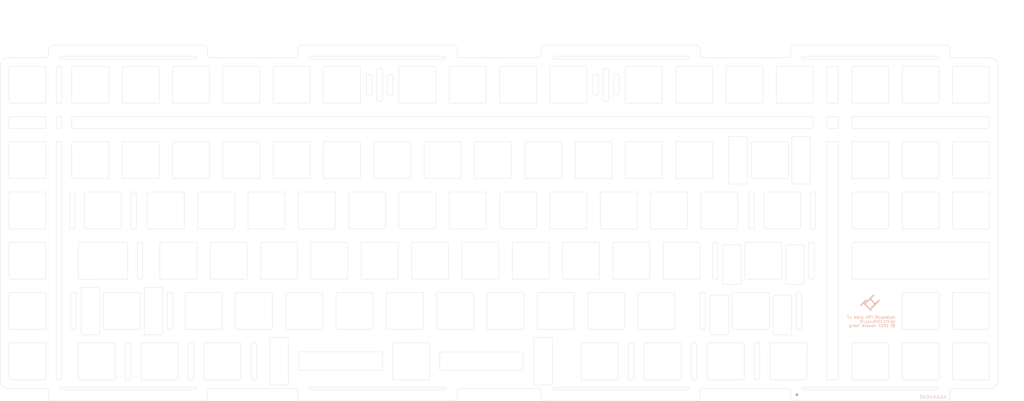
<source format=kicad_pcb>
(kicad_pcb (version 20171130) (host pcbnew "(5.1.10)-1")

  (general
    (thickness 1.6)
    (drawings 1246)
    (tracks 1)
    (zones 0)
    (modules 1)
    (nets 1)
  )

  (page A2)
  (layers
    (0 F.Cu signal)
    (31 B.Cu signal)
    (32 B.Adhes user)
    (33 F.Adhes user)
    (34 B.Paste user)
    (35 F.Paste user)
    (36 B.SilkS user)
    (37 F.SilkS user)
    (38 B.Mask user)
    (39 F.Mask user)
    (40 Dwgs.User user)
    (41 Cmts.User user)
    (42 Eco1.User user)
    (43 Eco2.User user)
    (44 Edge.Cuts user)
    (45 Margin user)
    (46 B.CrtYd user)
    (47 F.CrtYd user)
    (48 B.Fab user)
    (49 F.Fab user)
  )

  (setup
    (last_trace_width 0.25)
    (user_trace_width 0.2)
    (user_trace_width 0.254)
    (user_trace_width 0.381)
    (user_trace_width 0.508)
    (user_trace_width 0.8128)
    (trace_clearance 0.2)
    (zone_clearance 0.508)
    (zone_45_only no)
    (trace_min 0)
    (via_size 0.8)
    (via_drill 0.4)
    (via_min_size 0.4)
    (via_min_drill 0.3)
    (uvia_size 0.3)
    (uvia_drill 0.1)
    (uvias_allowed no)
    (uvia_min_size 0.2)
    (uvia_min_drill 0.1)
    (edge_width 0.1)
    (segment_width 0.2)
    (pcb_text_width 0.3)
    (pcb_text_size 1.5 1.5)
    (mod_edge_width 0.15)
    (mod_text_size 1 1)
    (mod_text_width 0.15)
    (pad_size 1.025 1.4)
    (pad_drill 0)
    (pad_to_mask_clearance 0)
    (aux_axis_origin 0 0)
    (visible_elements 7FFFFFFF)
    (pcbplotparams
      (layerselection 0x010fc_ffffffff)
      (usegerberextensions true)
      (usegerberattributes true)
      (usegerberadvancedattributes true)
      (creategerberjobfile false)
      (excludeedgelayer true)
      (linewidth 0.100000)
      (plotframeref false)
      (viasonmask false)
      (mode 1)
      (useauxorigin false)
      (hpglpennumber 1)
      (hpglpenspeed 20)
      (hpglpendiameter 15.000000)
      (psnegative false)
      (psa4output false)
      (plotreference true)
      (plotvalue true)
      (plotinvisibletext false)
      (padsonsilk false)
      (subtractmaskfromsilk true)
      (outputformat 1)
      (mirror false)
      (drillshape 0)
      (scaleselection 1)
      (outputdirectory "Gerber/Plate v2/"))
  )

  (net 0 "")

  (net_class Default "This is the default net class."
    (clearance 0.2)
    (trace_width 0.25)
    (via_dia 0.8)
    (via_drill 0.4)
    (uvia_dia 0.3)
    (uvia_drill 0.1)
  )

  (module custom-footprints:logo (layer F.Cu) (tedit 61DA2DB5) (tstamp 618319F2)
    (at 412.724 252.3966)
    (descr "Converted using: svg2mod -i Untitled-1.svg -o ./custom-footprints.pretty/logo -f 1 --name logo")
    (tags svg2mod)
    (attr virtual)
    (fp_text reference logo (at 0 -3.048) (layer F.SilkS) hide
      (effects (font (size 1.524 1.524) (thickness 0.3048)))
    )
    (fp_text value G*** (at 0 9.474729) (layer F.SilkS) hide
      (effects (font (size 1.524 1.524) (thickness 0.3048)))
    )
    (fp_poly (pts (xy 0.502708 5.606521) (xy 3.677708 2.431521) (xy 3.264958 2.026708) (xy 1.899708 3.394604)
      (xy 0.293687 1.785938) (xy 1.661583 0.415396) (xy 1.246187 0) (xy -1.928813 3.175)
      (xy -1.508125 3.585104) (xy -0.047625 2.119313) (xy 1.561042 3.722688) (xy 0.09525 5.188479)
      (xy 0.502708 5.606521)) (layer B.SilkS) (width 0))
    (fp_poly (pts (xy -2.19075 3.172354) (xy -1.296458 2.278063) (xy -1.613958 1.947333) (xy -3.81 4.146021)
      (xy -3.479271 4.474104) (xy -2.590271 3.582458) (xy 0.238125 6.426729) (xy 0.648229 6.013979)
      (xy -2.19075 3.172354)) (layer B.SilkS) (width 0))
  )

  (gr_arc (start 349.750949 265.2522) (end 349.750949 265.7522) (angle -90) (layer Edge.Cuts) (width 0.1))
  (gr_arc (start 348.750949 265.2522) (end 348.250949 265.2522) (angle -90) (layer Edge.Cuts) (width 0.1))
  (gr_arc (start 349.750949 252.2522) (end 350.250949 252.2522) (angle -90) (layer Edge.Cuts) (width 0.1))
  (gr_arc (start 348.750949 252.2522) (end 348.750949 251.7522) (angle -90) (layer Edge.Cuts) (width 0.1))
  (gr_line (start 350.250949 252.2522) (end 350.250949 265.2522) (layer Edge.Cuts) (width 0.1))
  (gr_line (start 348.250949 252.2522) (end 348.250949 265.2522) (layer Edge.Cuts) (width 0.1))
  (gr_line (start 348.750949 265.7522) (end 349.750949 265.7522) (layer Edge.Cuts) (width 0.1))
  (gr_line (start 348.750949 251.7522) (end 349.750949 251.7522) (layer Edge.Cuts) (width 0.1))
  (gr_arc (start 386.25095 265.2522) (end 386.25095 265.7522) (angle -90) (layer Edge.Cuts) (width 0.1))
  (gr_arc (start 385.25095 265.2522) (end 384.75095 265.2522) (angle -90) (layer Edge.Cuts) (width 0.1))
  (gr_arc (start 386.25095 252.2522) (end 386.75095 252.2522) (angle -90) (layer Edge.Cuts) (width 0.1))
  (gr_arc (start 385.25095 252.2522) (end 385.25095 251.7522) (angle -90) (layer Edge.Cuts) (width 0.1))
  (gr_line (start 386.75095 252.2522) (end 386.75095 265.2522) (layer Edge.Cuts) (width 0.1))
  (gr_line (start 384.75095 252.2522) (end 384.75095 265.2522) (layer Edge.Cuts) (width 0.1))
  (gr_line (start 385.25095 265.7522) (end 386.25095 265.7522) (layer Edge.Cuts) (width 0.1))
  (gr_line (start 385.25095 251.7522) (end 386.25095 251.7522) (layer Edge.Cuts) (width 0.1))
  (gr_arc (start 358.56295 267.2522) (end 358.56295 267.7522) (angle -90) (layer Edge.Cuts) (width 0.1))
  (gr_arc (start 352.56295 267.2522) (end 352.06295 267.2522) (angle -90) (layer Edge.Cuts) (width 0.1))
  (gr_arc (start 358.56295 253.2522) (end 359.06295 253.2522) (angle -90) (layer Edge.Cuts) (width 0.1))
  (gr_arc (start 352.56295 253.2522) (end 352.56295 252.7522) (angle -90) (layer Edge.Cuts) (width 0.1))
  (gr_line (start 359.06295 253.2522) (end 359.06295 267.2522) (layer Edge.Cuts) (width 0.1))
  (gr_line (start 352.06295 253.2522) (end 352.06295 267.2522) (layer Edge.Cuts) (width 0.1))
  (gr_line (start 352.56295 267.7522) (end 358.56295 267.7522) (layer Edge.Cuts) (width 0.1))
  (gr_line (start 352.56295 252.7522) (end 358.56295 252.7522) (layer Edge.Cuts) (width 0.1))
  (gr_arc (start 382.43895 267.2522) (end 382.43895 267.7522) (angle -90) (layer Edge.Cuts) (width 0.1))
  (gr_arc (start 376.43895 267.2522) (end 375.93895 267.2522) (angle -90) (layer Edge.Cuts) (width 0.1))
  (gr_arc (start 382.43895 253.2522) (end 382.93895 253.2522) (angle -90) (layer Edge.Cuts) (width 0.1))
  (gr_arc (start 376.43895 253.2522) (end 376.43895 252.7522) (angle -90) (layer Edge.Cuts) (width 0.1))
  (gr_line (start 382.93895 253.2522) (end 382.93895 267.2522) (layer Edge.Cuts) (width 0.1))
  (gr_line (start 375.93895 253.2522) (end 375.93895 267.2522) (layer Edge.Cuts) (width 0.1))
  (gr_line (start 376.43895 267.7522) (end 382.43895 267.7522) (layer Edge.Cuts) (width 0.1))
  (gr_line (start 376.43895 252.7522) (end 382.43895 252.7522) (layer Edge.Cuts) (width 0.1))
  (gr_arc (start 374.00095 265.2522) (end 374.00095 265.7522) (angle -90) (layer Edge.Cuts) (width 0.1))
  (gr_arc (start 361.00095 265.2522) (end 360.50095 265.2522) (angle -90) (layer Edge.Cuts) (width 0.1))
  (gr_arc (start 374.00095 252.2522) (end 374.50095 252.2522) (angle -90) (layer Edge.Cuts) (width 0.1))
  (gr_arc (start 361.00095 252.2522) (end 361.00095 251.7522) (angle -90) (layer Edge.Cuts) (width 0.1))
  (gr_line (start 374.50095 252.2522) (end 374.50095 265.2522) (layer Edge.Cuts) (width 0.1))
  (gr_line (start 360.50095 252.2522) (end 360.50095 265.2522) (layer Edge.Cuts) (width 0.1))
  (gr_line (start 361.00095 265.7522) (end 374.00095 265.7522) (layer Edge.Cuts) (width 0.1))
  (gr_line (start 361.00095 251.7522) (end 374.00095 251.7522) (layer Edge.Cuts) (width 0.1))
  (gr_arc (start 111.62595 265.2522) (end 111.62595 265.7522) (angle -90) (layer Edge.Cuts) (width 0.1))
  (gr_arc (start 110.62595 265.2522) (end 110.12595 265.2522) (angle -90) (layer Edge.Cuts) (width 0.1))
  (gr_arc (start 111.62595 252.2522) (end 112.12595 252.2522) (angle -90) (layer Edge.Cuts) (width 0.1))
  (gr_arc (start 110.62595 252.2522) (end 110.62595 251.7522) (angle -90) (layer Edge.Cuts) (width 0.1))
  (gr_line (start 112.12595 252.2522) (end 112.12595 265.2522) (layer Edge.Cuts) (width 0.1))
  (gr_line (start 110.12595 252.2522) (end 110.12595 265.2522) (layer Edge.Cuts) (width 0.1))
  (gr_line (start 110.62595 265.7522) (end 111.62595 265.7522) (layer Edge.Cuts) (width 0.1))
  (gr_line (start 110.62595 251.7522) (end 111.62595 251.7522) (layer Edge.Cuts) (width 0.1))
  (gr_arc (start 148.12595 265.2522) (end 148.12595 265.7522) (angle -90) (layer Edge.Cuts) (width 0.1))
  (gr_arc (start 147.12595 265.2522) (end 146.62595 265.2522) (angle -90) (layer Edge.Cuts) (width 0.1))
  (gr_arc (start 148.12595 252.2522) (end 148.62595 252.2522) (angle -90) (layer Edge.Cuts) (width 0.1))
  (gr_arc (start 147.12595 252.2522) (end 147.12595 251.7522) (angle -90) (layer Edge.Cuts) (width 0.1))
  (gr_line (start 148.62595 252.2522) (end 148.62595 265.2522) (layer Edge.Cuts) (width 0.1))
  (gr_line (start 146.62595 252.2522) (end 146.62595 265.2522) (layer Edge.Cuts) (width 0.1))
  (gr_line (start 147.12595 265.7522) (end 148.12595 265.7522) (layer Edge.Cuts) (width 0.1))
  (gr_line (start 147.12595 251.7522) (end 148.12595 251.7522) (layer Edge.Cuts) (width 0.1))
  (gr_arc (start 354.51345 246.2022) (end 354.51345 246.7022) (angle -90) (layer Edge.Cuts) (width 0.1))
  (gr_arc (start 353.51345 246.2022) (end 353.01345 246.2022) (angle -90) (layer Edge.Cuts) (width 0.1))
  (gr_arc (start 354.51345 233.2022) (end 355.01345 233.2022) (angle -90) (layer Edge.Cuts) (width 0.1))
  (gr_arc (start 353.51345 233.2022) (end 353.51345 232.7022) (angle -90) (layer Edge.Cuts) (width 0.1))
  (gr_line (start 355.01345 233.2022) (end 355.01345 246.2022) (layer Edge.Cuts) (width 0.1))
  (gr_line (start 353.01345 233.2022) (end 353.01345 246.2022) (layer Edge.Cuts) (width 0.1))
  (gr_line (start 353.51345 246.7022) (end 354.51345 246.7022) (layer Edge.Cuts) (width 0.1))
  (gr_line (start 353.51345 232.7022) (end 354.51345 232.7022) (layer Edge.Cuts) (width 0.1))
  (gr_arc (start 391.01345 246.2022) (end 391.01345 246.7022) (angle -90) (layer Edge.Cuts) (width 0.1))
  (gr_arc (start 390.01345 246.2022) (end 389.51345 246.2022) (angle -90) (layer Edge.Cuts) (width 0.1))
  (gr_arc (start 391.01345 233.2022) (end 391.51345 233.2022) (angle -90) (layer Edge.Cuts) (width 0.1))
  (gr_arc (start 390.01345 233.2022) (end 390.01345 232.7022) (angle -90) (layer Edge.Cuts) (width 0.1))
  (gr_line (start 391.51345 233.2022) (end 391.51345 246.2022) (layer Edge.Cuts) (width 0.1))
  (gr_line (start 389.51345 233.2022) (end 389.51345 246.2022) (layer Edge.Cuts) (width 0.1))
  (gr_line (start 390.01345 246.7022) (end 391.01345 246.7022) (layer Edge.Cuts) (width 0.1))
  (gr_line (start 390.01345 232.7022) (end 391.01345 232.7022) (layer Edge.Cuts) (width 0.1))
  (gr_arc (start 363.32545 248.2022) (end 363.32545 248.7022) (angle -90) (layer Edge.Cuts) (width 0.1))
  (gr_arc (start 357.32545 248.2022) (end 356.82545 248.2022) (angle -90) (layer Edge.Cuts) (width 0.1))
  (gr_arc (start 363.32545 234.2022) (end 363.82545 234.2022) (angle -90) (layer Edge.Cuts) (width 0.1))
  (gr_arc (start 357.32545 234.2022) (end 357.32545 233.7022) (angle -90) (layer Edge.Cuts) (width 0.1))
  (gr_line (start 363.82545 234.2022) (end 363.82545 248.2022) (layer Edge.Cuts) (width 0.1))
  (gr_line (start 356.82545 234.2022) (end 356.82545 248.2022) (layer Edge.Cuts) (width 0.1))
  (gr_line (start 357.32545 248.7022) (end 363.32545 248.7022) (layer Edge.Cuts) (width 0.1))
  (gr_line (start 357.32545 233.7022) (end 363.32545 233.7022) (layer Edge.Cuts) (width 0.1))
  (gr_arc (start 387.20145 248.2022) (end 387.20145 248.7022) (angle -90) (layer Edge.Cuts) (width 0.1))
  (gr_arc (start 381.20145 248.2022) (end 380.70145 248.2022) (angle -90) (layer Edge.Cuts) (width 0.1))
  (gr_arc (start 387.20145 234.2022) (end 387.70145 234.2022) (angle -90) (layer Edge.Cuts) (width 0.1))
  (gr_arc (start 381.20145 234.2022) (end 381.20145 233.7022) (angle -90) (layer Edge.Cuts) (width 0.1))
  (gr_line (start 387.70145 234.2022) (end 387.70145 248.2022) (layer Edge.Cuts) (width 0.1))
  (gr_line (start 380.70145 234.2022) (end 380.70145 248.2022) (layer Edge.Cuts) (width 0.1))
  (gr_line (start 381.20145 248.7022) (end 387.20145 248.7022) (layer Edge.Cuts) (width 0.1))
  (gr_line (start 381.20145 233.7022) (end 387.20145 233.7022) (layer Edge.Cuts) (width 0.1))
  (gr_arc (start 378.76345 246.2022) (end 378.76345 246.7022) (angle -90) (layer Edge.Cuts) (width 0.1))
  (gr_arc (start 365.76345 246.2022) (end 365.26345 246.2022) (angle -90) (layer Edge.Cuts) (width 0.1))
  (gr_arc (start 378.76345 233.2022) (end 379.26345 233.2022) (angle -90) (layer Edge.Cuts) (width 0.1))
  (gr_arc (start 365.76345 233.2022) (end 365.76345 232.7022) (angle -90) (layer Edge.Cuts) (width 0.1))
  (gr_line (start 379.26345 233.2022) (end 379.26345 246.2022) (layer Edge.Cuts) (width 0.1))
  (gr_line (start 365.26345 233.2022) (end 365.26345 246.2022) (layer Edge.Cuts) (width 0.1))
  (gr_line (start 365.76345 246.7022) (end 378.76345 246.7022) (layer Edge.Cuts) (width 0.1))
  (gr_line (start 365.76345 232.7022) (end 378.76345 232.7022) (layer Edge.Cuts) (width 0.1))
  (dimension 134.929 (width 0.15) (layer Dwgs.User)
    (gr_text "134.929 mm" (at 469.583 225.4108 270) (layer Dwgs.User)
      (effects (font (size 1 1) (thickness 0.15)))
    )
    (feature1 (pts (xy 441.2972 292.8753) (xy 468.869421 292.8753)))
    (feature2 (pts (xy 441.2972 157.9463) (xy 468.869421 157.9463)))
    (crossbar (pts (xy 468.283 157.9463) (xy 468.283 292.8753)))
    (arrow1a (pts (xy 468.283 292.8753) (xy 467.696579 291.748796)))
    (arrow1b (pts (xy 468.283 292.8753) (xy 468.869421 291.748796)))
    (arrow2a (pts (xy 468.283 157.9463) (xy 467.696579 159.072804)))
    (arrow2b (pts (xy 468.283 157.9463) (xy 468.869421 159.072804)))
  )
  (gr_line (start 348.4343 288.9068) (end 348.4343 291.2879) (layer Edge.Cuts) (width 0.1) (tstamp 61DC78A6))
  (gr_arc (start 289.7005 291.2879) (end 289.7005 292.8753) (angle 90) (layer Edge.Cuts) (width 0.1) (tstamp 61DC78A5))
  (gr_line (start 288.1131 291.2879) (end 288.1131 288.9068) (layer Edge.Cuts) (width 0.1) (tstamp 61DC78A4))
  (gr_line (start 346.8469 292.8753) (end 289.7005 292.8753) (layer Edge.Cuts) (width 0.1) (tstamp 61DC78A3))
  (gr_arc (start 346.8469 291.2879) (end 348.4343 291.2879) (angle 90) (layer Edge.Cuts) (width 0.1) (tstamp 61DC78A2))
  (gr_arc (start 197.6313 291.2879) (end 197.6313 292.8753) (angle 90) (layer Edge.Cuts) (width 0.1) (tstamp 61DC78A1))
  (gr_line (start 256.3651 288.9068) (end 256.3651 291.2879) (layer Edge.Cuts) (width 0.1) (tstamp 61DC78A0))
  (gr_line (start 254.7777 292.8753) (end 197.6313 292.8753) (layer Edge.Cuts) (width 0.1) (tstamp 61DC789F))
  (gr_arc (start 441.2972 291.2879) (end 442.8846 291.2879) (angle 90) (layer Edge.Cuts) (width 0.1) (tstamp 61DC789E))
  (gr_line (start 382.5634 291.2879) (end 382.5634 288.9068) (layer Edge.Cuts) (width 0.1) (tstamp 61DC789D))
  (gr_arc (start 384.1508 291.2879) (end 384.1508 292.8753) (angle 90) (layer Edge.Cuts) (width 0.1) (tstamp 61DC789C))
  (gr_arc (start 103.181 291.2879) (end 103.181 292.8753) (angle 90) (layer Edge.Cuts) (width 0.1) (tstamp 61DC789B))
  (gr_line (start 101.5936 291.2879) (end 101.5936 288.9068) (layer Edge.Cuts) (width 0.1) (tstamp 61DC789A))
  (gr_arc (start 160.3274 291.2879) (end 161.9148 291.2879) (angle 90) (layer Edge.Cuts) (width 0.1) (tstamp 61DC7899))
  (gr_line (start 160.3274 292.8753) (end 103.181 292.8753) (layer Edge.Cuts) (width 0.1) (tstamp 61DC7898))
  (gr_line (start 161.9148 288.9068) (end 161.9148 291.2879) (layer Edge.Cuts) (width 0.1) (tstamp 61DC7897))
  (gr_line (start 441.2972 292.8753) (end 384.1508 292.8753) (layer Edge.Cuts) (width 0.1) (tstamp 61DC7896))
  (gr_line (start 442.8846 288.9068) (end 442.8846 291.2879) (layer Edge.Cuts) (width 0.1) (tstamp 61DC7895))
  (gr_arc (start 254.7777 291.2879) (end 256.3651 291.2879) (angle 90) (layer Edge.Cuts) (width 0.1) (tstamp 61DC7894))
  (gr_line (start 196.0439 291.2879) (end 196.0439 288.9068) (layer Edge.Cuts) (width 0.1) (tstamp 61DC7891))
  (gr_arc (start 200.8061 288.1131) (end 200.3061 288.1131) (angle -90) (layer Edge.Cuts) (width 0.1) (tstamp 61DB31E9))
  (gr_line (start 343.6721 288.6131) (end 292.8753 288.6131) (layer Edge.Cuts) (width 0.1) (tstamp 61DB31E8))
  (gr_line (start 157.1526 288.6131) (end 106.3558 288.6131) (layer Edge.Cuts) (width 0.1) (tstamp 61DB31E7))
  (gr_arc (start 157.1526 288.1131) (end 157.6526 288.1131) (angle -90) (layer Edge.Cuts) (width 0.1) (tstamp 61DB31E6))
  (gr_arc (start 343.6721 288.1131) (end 343.6721 288.6131) (angle -90) (layer Edge.Cuts) (width 0.1) (tstamp 61DB31E5))
  (gr_arc (start 387.3256 288.1131) (end 387.3256 287.6131) (angle -90) (layer Edge.Cuts) (width 0.1) (tstamp 61DB31E4))
  (gr_arc (start 200.8061 288.1131) (end 200.8061 287.6131) (angle -90) (layer Edge.Cuts) (width 0.1) (tstamp 61DB31E3))
  (gr_arc (start 387.3256 288.1131) (end 386.8256 288.1131) (angle -90) (layer Edge.Cuts) (width 0.1) (tstamp 61DB31E2))
  (gr_arc (start 157.1526 288.1131) (end 157.1526 288.6131) (angle -90) (layer Edge.Cuts) (width 0.1) (tstamp 61DB31E1))
  (gr_arc (start 343.6721 288.1131) (end 344.1721 288.1131) (angle -90) (layer Edge.Cuts) (width 0.1) (tstamp 61DB31E0))
  (gr_line (start 438.1224 288.6131) (end 387.3256 288.6131) (layer Edge.Cuts) (width 0.1) (tstamp 61DB31DF))
  (gr_line (start 251.6029 288.6131) (end 200.8061 288.6131) (layer Edge.Cuts) (width 0.1) (tstamp 61DB31DE))
  (gr_line (start 387.3256 287.6131) (end 438.1224 287.6131) (layer Edge.Cuts) (width 0.1) (tstamp 61DB31DD))
  (gr_line (start 292.8753 287.6131) (end 343.6721 287.6131) (layer Edge.Cuts) (width 0.1) (tstamp 61DB31DC))
  (gr_arc (start 292.8753 288.1131) (end 292.3753 288.1131) (angle -90) (layer Edge.Cuts) (width 0.1) (tstamp 61DB31DB))
  (gr_arc (start 292.8753 288.1131) (end 292.8753 287.6131) (angle -90) (layer Edge.Cuts) (width 0.1) (tstamp 61DB31DA))
  (gr_arc (start 438.1224 288.1131) (end 438.1224 288.6131) (angle -90) (layer Edge.Cuts) (width 0.1) (tstamp 61DB31D9))
  (gr_arc (start 438.1224 288.1131) (end 438.6224 288.1131) (angle -90) (layer Edge.Cuts) (width 0.1) (tstamp 61DB31D8))
  (gr_arc (start 251.6029 288.1131) (end 251.6029 288.6131) (angle -90) (layer Edge.Cuts) (width 0.1) (tstamp 61DB31D7))
  (gr_arc (start 106.3558 288.1131) (end 106.3558 287.6131) (angle -90) (layer Edge.Cuts) (width 0.1) (tstamp 61DB31D6))
  (gr_line (start 106.3558 287.6131) (end 157.1526 287.6131) (layer Edge.Cuts) (width 0.1) (tstamp 61DB31D5))
  (gr_arc (start 106.3558 288.1131) (end 105.8558 288.1131) (angle -90) (layer Edge.Cuts) (width 0.1) (tstamp 61DB31D4))
  (gr_line (start 200.8061 287.6131) (end 251.6029 287.6131) (layer Edge.Cuts) (width 0.1) (tstamp 61DB31D3))
  (gr_arc (start 251.6029 288.1131) (end 252.1029 288.1131) (angle -90) (layer Edge.Cuts) (width 0.1) (tstamp 61DB31D2))
  (gr_arc (start 343.6721 162.7085) (end 344.1721 162.7085) (angle -90) (layer Edge.Cuts) (width 0.1) (tstamp 61DB3189))
  (gr_line (start 387.3256 162.2085) (end 438.1224 162.2085) (layer Edge.Cuts) (width 0.1) (tstamp 61DB3188))
  (gr_arc (start 387.3256 162.7085) (end 386.8256 162.7085) (angle -90) (layer Edge.Cuts) (width 0.1) (tstamp 61DB3187))
  (gr_arc (start 343.6721 162.7085) (end 343.6721 163.2085) (angle -90) (layer Edge.Cuts) (width 0.1) (tstamp 61DB3186))
  (gr_arc (start 387.3256 162.7085) (end 387.3256 162.2085) (angle -90) (layer Edge.Cuts) (width 0.1) (tstamp 61DB3185))
  (gr_line (start 292.8753 162.2085) (end 343.6721 162.2085) (layer Edge.Cuts) (width 0.1) (tstamp 61DB3184))
  (gr_arc (start 292.8753 162.7085) (end 292.8753 162.2085) (angle -90) (layer Edge.Cuts) (width 0.1) (tstamp 61DB3183))
  (gr_arc (start 438.1224 162.7085) (end 438.1224 163.2085) (angle -90) (layer Edge.Cuts) (width 0.1) (tstamp 61DB3182))
  (gr_line (start 438.1224 163.2085) (end 387.3256 163.2085) (layer Edge.Cuts) (width 0.1) (tstamp 61DB3181))
  (gr_arc (start 438.1224 162.7085) (end 438.6224 162.7085) (angle -90) (layer Edge.Cuts) (width 0.1) (tstamp 61DB3180))
  (gr_line (start 343.6721 163.2085) (end 292.8753 163.2085) (layer Edge.Cuts) (width 0.1) (tstamp 61DB317F))
  (gr_arc (start 292.8753 162.7085) (end 292.3753 162.7085) (angle -90) (layer Edge.Cuts) (width 0.1) (tstamp 61DB317E))
  (gr_line (start 251.6029 163.2085) (end 200.8061 163.2085) (layer Edge.Cuts) (width 0.1) (tstamp 61DB3166))
  (gr_arc (start 251.6029 162.7085) (end 252.1029 162.7085) (angle -90) (layer Edge.Cuts) (width 0.1) (tstamp 61DB3165))
  (gr_arc (start 251.6029 162.7085) (end 251.6029 163.2085) (angle -90) (layer Edge.Cuts) (width 0.1) (tstamp 61DB3164))
  (gr_arc (start 200.8061 162.7085) (end 200.8061 162.2085) (angle -90) (layer Edge.Cuts) (width 0.1) (tstamp 61DB3163))
  (gr_line (start 200.8061 162.2085) (end 251.6029 162.2085) (layer Edge.Cuts) (width 0.1) (tstamp 61DB3162))
  (gr_arc (start 200.8061 162.7085) (end 200.3061 162.7085) (angle -90) (layer Edge.Cuts) (width 0.1) (tstamp 61DB3161))
  (gr_line (start 157.1526 163.2085) (end 106.3558 163.2085) (layer Edge.Cuts) (width 0.1) (tstamp 61DB314F))
  (gr_line (start 106.3558 162.2085) (end 157.1526 162.2085) (layer Edge.Cuts) (width 0.1) (tstamp 61DB314D))
  (gr_arc (start 157.1526 162.7085) (end 157.1526 163.2085) (angle -90) (layer Edge.Cuts) (width 0.1) (tstamp 61DB311D))
  (gr_arc (start 157.1526 162.7085) (end 157.6526 162.7085) (angle -90) (layer Edge.Cuts) (width 0.1) (tstamp 61DB311C))
  (gr_arc (start 106.3558 162.7085) (end 105.8558 162.7085) (angle -90) (layer Edge.Cuts) (width 0.1) (tstamp 61DB3118))
  (gr_arc (start 106.3558 162.7085) (end 106.3558 162.2085) (angle -90) (layer Edge.Cuts) (width 0.1) (tstamp 61DB3115))
  (gr_line (start 86.5133 288.1131) (end 100.7999 288.1131) (layer Edge.Cuts) (width 0.1) (tstamp 61DB2A0E))
  (gr_line (start 162.7085 288.1131) (end 195.2502 288.1131) (layer Edge.Cuts) (width 0.1) (tstamp 61DB2A0D))
  (gr_line (start 443.6783 288.1131) (end 457.9649 288.1131) (layer Edge.Cuts) (width 0.1) (tstamp 61DB2A0C))
  (gr_line (start 349.228 288.1131) (end 381.7697 288.1131) (layer Edge.Cuts) (width 0.1) (tstamp 61DB2A0B))
  (gr_line (start 287.3194 288.1131) (end 257.1588 288.1131) (layer Edge.Cuts) (width 0.1) (tstamp 61DB2A0A))
  (gr_arc (start 349.228 288.9068) (end 348.4343 288.9068) (angle 90) (layer Edge.Cuts) (width 0.1) (tstamp 61DB2A07))
  (gr_arc (start 287.3194 288.9068) (end 287.3194 288.1131) (angle 90) (layer Edge.Cuts) (width 0.1) (tstamp 61DB2A03))
  (gr_arc (start 443.6783 288.9068) (end 442.8846 288.9068) (angle 90) (layer Edge.Cuts) (width 0.1) (tstamp 61DB29FB))
  (gr_arc (start 257.1588 288.9068) (end 256.3651 288.9068) (angle 90) (layer Edge.Cuts) (width 0.1) (tstamp 61DB29F9))
  (gr_arc (start 162.7085 288.9068) (end 161.9148 288.9068) (angle 90) (layer Edge.Cuts) (width 0.1) (tstamp 61DB29F7))
  (gr_arc (start 100.7999 288.9068) (end 100.7999 288.1131) (angle 90) (layer Edge.Cuts) (width 0.1) (tstamp 61DB29F4))
  (gr_arc (start 381.7697 288.9068) (end 381.7697 288.1131) (angle 90) (layer Edge.Cuts) (width 0.1) (tstamp 61DB29F3))
  (gr_arc (start 195.2502 288.9068) (end 195.2502 288.1131) (angle 90) (layer Edge.Cuts) (width 0.1) (tstamp 61DB29EE))
  (gr_line (start 86.5133 162.7085) (end 100.7999 162.7085) (layer Edge.Cuts) (width 0.1) (tstamp 61DB29E5))
  (gr_line (start 162.7085 162.7085) (end 195.2502 162.7085) (layer Edge.Cuts) (width 0.1) (tstamp 61DB29E4))
  (gr_line (start 443.6783 162.7085) (end 457.9649 162.7085) (layer Edge.Cuts) (width 0.1) (tstamp 61DB29CC))
  (gr_line (start 349.228 162.7085) (end 381.7697 162.7085) (layer Edge.Cuts) (width 0.1) (tstamp 61DB29C9))
  (gr_line (start 291.91345 286.8022) (end 285.91345 286.8022) (layer Edge.Cuts) (width 0.1) (tstamp 61DB291A))
  (gr_arc (start 285.91345 286.3022) (end 285.41345 286.3022) (angle -90) (layer Edge.Cuts) (width 0.1) (tstamp 61DB2919))
  (gr_arc (start 291.91345 286.3022) (end 291.91345 286.8022) (angle -90) (layer Edge.Cuts) (width 0.1) (tstamp 61DB2918))
  (gr_arc (start 185.91345 286.3022) (end 185.41345 286.3022) (angle -90) (layer Edge.Cuts) (width 0.1) (tstamp 61DB28F7))
  (gr_arc (start 191.91345 286.3022) (end 191.91345 286.8022) (angle -90) (layer Edge.Cuts) (width 0.1) (tstamp 61DB28F6))
  (gr_line (start 191.91345 286.8022) (end 185.91345 286.8022) (layer Edge.Cuts) (width 0.1) (tstamp 61DB28F5))
  (gr_text "JLCJLCJLCJLC\n" (at 436.535 291.2879) (layer B.SilkS)
    (effects (font (size 1 1) (thickness 0.15)) (justify mirror))
  )
  (gr_line (start 287.3194 162.7085) (end 257.1588 162.7085) (layer Edge.Cuts) (width 0.1) (tstamp 61DB2884))
  (gr_arc (start 289.7005 159.5337) (end 289.7005 157.9463) (angle -90) (layer Edge.Cuts) (width 0.1) (tstamp 61DB27E5))
  (gr_line (start 288.1131 159.5337) (end 288.1131 161.9148) (layer Edge.Cuts) (width 0.1) (tstamp 61DB27E4))
  (gr_arc (start 349.228 161.9148) (end 348.4343 161.9148) (angle -90) (layer Edge.Cuts) (width 0.1) (tstamp 61DB27E3))
  (gr_line (start 348.4343 161.9148) (end 348.4343 159.5337) (layer Edge.Cuts) (width 0.1) (tstamp 61DB27E2))
  (gr_line (start 346.8469 157.9463) (end 289.7005 157.9463) (layer Edge.Cuts) (width 0.1) (tstamp 61DB27E1))
  (gr_arc (start 346.8469 159.5337) (end 348.4343 159.5337) (angle -90) (layer Edge.Cuts) (width 0.1) (tstamp 61DB27E0))
  (gr_arc (start 287.3194 161.9148) (end 287.3194 162.7085) (angle -90) (layer Edge.Cuts) (width 0.1) (tstamp 61DB27DF))
  (gr_line (start 83.3385 284.9383) (end 83.3385 165.8833) (layer Edge.Cuts) (width 0.1) (tstamp 61DB268A))
  (gr_line (start 461.1397 284.9383) (end 461.1397 165.8833) (layer Edge.Cuts) (width 0.1) (tstamp 61DB267A))
  (gr_arc (start 114.4534 250.2438) (end 113.9534 250.2438) (angle 90) (layer Edge.Cuts) (width 0.1) (tstamp 61DB22FB))
  (gr_line (start 114.4534 249.7438) (end 120.4534 249.7438) (layer Edge.Cuts) (width 0.1) (tstamp 61DB22FA))
  (gr_arc (start 120.4534 250.2438) (end 120.4534 249.7438) (angle 90) (layer Edge.Cuts) (width 0.1) (tstamp 61DB22F9))
  (gr_line (start 144.8294 250.2438) (end 144.8294 267.2486) (layer Edge.Cuts) (width 0.1) (tstamp 61DB22F7))
  (gr_line (start 137.8294 250.2438) (end 137.8294 267.2486) (layer Edge.Cuts) (width 0.1) (tstamp 61DB22F3))
  (gr_arc (start 144.3294 267.2486) (end 144.3294 267.7486) (angle -90) (layer Edge.Cuts) (width 0.1) (tstamp 61DB22F2))
  (gr_arc (start 138.3294 250.2438) (end 137.8294 250.2438) (angle 90) (layer Edge.Cuts) (width 0.1) (tstamp 61DB22F1))
  (gr_line (start 113.9534 267.2486) (end 113.9534 250.2438) (layer Edge.Cuts) (width 0.1) (tstamp 61DB22EF))
  (gr_arc (start 138.3294 267.2486) (end 137.8294 267.2486) (angle -90) (layer Edge.Cuts) (width 0.1) (tstamp 61DB22EE))
  (gr_arc (start 114.4534 267.2486) (end 113.9534 267.2486) (angle -90) (layer Edge.Cuts) (width 0.1) (tstamp 61DB22ED))
  (gr_arc (start 120.4534 267.2486) (end 120.4534 267.7486) (angle -90) (layer Edge.Cuts) (width 0.1) (tstamp 61DB22EC))
  (gr_line (start 120.9534 267.2486) (end 120.9534 250.2438) (layer Edge.Cuts) (width 0.1) (tstamp 61DB22EB))
  (gr_arc (start 144.3294 250.2438) (end 144.3294 249.7438) (angle 90) (layer Edge.Cuts) (width 0.1) (tstamp 61DB22E8))
  (gr_line (start 138.3294 267.7486) (end 144.3294 267.7486) (layer Edge.Cuts) (width 0.1) (tstamp 61DB22E7))
  (gr_line (start 114.4534 267.7486) (end 120.4534 267.7486) (layer Edge.Cuts) (width 0.1) (tstamp 61DB22E6))
  (gr_line (start 138.3294 249.7438) (end 144.3294 249.7438) (layer Edge.Cuts) (width 0.1) (tstamp 61DB22E5))
  (gr_arc (start 130.0185 179.527199) (end 129.5185 179.527199) (angle -90) (layer Edge.Cuts) (width 0.1) (tstamp 61DB22A3))
  (gr_arc (start 143.0185 179.527199) (end 143.0185 180.027199) (angle -90) (layer Edge.Cuts) (width 0.1) (tstamp 61DB22A2))
  (gr_line (start 130.0185 180.027199) (end 143.0185 180.027199) (layer Edge.Cuts) (width 0.1) (tstamp 61DB22A1))
  (gr_line (start 130.0185 166.0272) (end 143.0185 166.0272) (layer Edge.Cuts) (width 0.1) (tstamp 61DB22A0))
  (gr_arc (start 130.0185 166.5272) (end 130.0185 166.0272) (angle -90) (layer Edge.Cuts) (width 0.1) (tstamp 61DB229F))
  (gr_line (start 143.5185 166.5272) (end 143.5185 179.527199) (layer Edge.Cuts) (width 0.1) (tstamp 61DB229E))
  (gr_line (start 129.5185 166.5272) (end 129.5185 179.527199) (layer Edge.Cuts) (width 0.1) (tstamp 61DB229D))
  (gr_arc (start 143.0185 166.5272) (end 143.5185 166.5272) (angle -90) (layer Edge.Cuts) (width 0.1) (tstamp 61DB229C))
  (gr_arc (start 312.17295 178.7323) (end 311.67295 178.7323) (angle -90) (layer Edge.Cuts) (width 0.1) (tstamp 61DB2280))
  (gr_line (start 311.67295 178.7323) (end 311.67295 167.319701) (layer Edge.Cuts) (width 0.1) (tstamp 61DB227F))
  (gr_arc (start 309.29895 176.3512) (end 309.29895 176.8512) (angle -90) (layer Edge.Cuts) (width 0.1) (tstamp 61DB227E))
  (gr_arc (start 312.17295 167.319701) (end 312.17295 166.819701) (angle -90) (layer Edge.Cuts) (width 0.1) (tstamp 61DB227D))
  (gr_line (start 309.79895 176.3512) (end 309.79895 169.700801) (layer Edge.Cuts) (width 0.1) (tstamp 61DB227C))
  (gr_arc (start 317.23595 176.3512) (end 317.23595 176.8512) (angle -90) (layer Edge.Cuts) (width 0.1) (tstamp 61DB227B))
  (gr_arc (start 309.29895 169.700801) (end 309.79895 169.700801) (angle -90) (layer Edge.Cuts) (width 0.1) (tstamp 61DB227A))
  (gr_line (start 308.20445 176.8512) (end 309.29895 176.8512) (layer Edge.Cuts) (width 0.1) (tstamp 61DB2279))
  (gr_line (start 307.70445 176.3512) (end 307.70445 169.700801) (layer Edge.Cuts) (width 0.1) (tstamp 61DB2278))
  (gr_line (start 316.14145 169.200801) (end 317.23595 169.200801) (layer Edge.Cuts) (width 0.1) (tstamp 61DB2277))
  (gr_line (start 316.14145 176.8512) (end 317.23595 176.8512) (layer Edge.Cuts) (width 0.1) (tstamp 61DB2276))
  (gr_line (start 315.64145 176.3512) (end 315.64145 169.700801) (layer Edge.Cuts) (width 0.1) (tstamp 61DB2275))
  (gr_arc (start 316.14145 169.700801) (end 316.14145 169.200801) (angle -90) (layer Edge.Cuts) (width 0.1) (tstamp 61DB2274))
  (gr_line (start 312.17295 166.819701) (end 313.26745 166.819701) (layer Edge.Cuts) (width 0.1) (tstamp 61DB2273))
  (gr_arc (start 316.14145 176.3512) (end 315.64145 176.3512) (angle -90) (layer Edge.Cuts) (width 0.1) (tstamp 61DB2272))
  (gr_arc (start 313.26745 178.7323) (end 313.26745 179.2323) (angle -90) (layer Edge.Cuts) (width 0.1) (tstamp 61DB2271))
  (gr_arc (start 308.20445 176.3512) (end 307.70445 176.3512) (angle -90) (layer Edge.Cuts) (width 0.1) (tstamp 61DB2270))
  (gr_line (start 312.17295 179.2323) (end 313.26745 179.2323) (layer Edge.Cuts) (width 0.1) (tstamp 61DB226F))
  (gr_arc (start 308.20445 169.700801) (end 308.20445 169.200801) (angle -90) (layer Edge.Cuts) (width 0.1) (tstamp 61DB226E))
  (gr_line (start 308.20445 169.200801) (end 309.29895 169.200801) (layer Edge.Cuts) (width 0.1) (tstamp 61DB226D))
  (gr_arc (start 313.26745 167.319701) (end 313.76745 167.319701) (angle -90) (layer Edge.Cuts) (width 0.1) (tstamp 61DB226C))
  (gr_line (start 313.76745 178.7323) (end 313.76745 167.319701) (layer Edge.Cuts) (width 0.1) (tstamp 61DB226B))
  (gr_arc (start 317.23595 169.700801) (end 317.73595 169.700801) (angle -90) (layer Edge.Cuts) (width 0.1) (tstamp 61DB226A))
  (gr_line (start 317.73595 176.3512) (end 317.73595 169.700801) (layer Edge.Cuts) (width 0.1) (tstamp 61DB2269))
  (gr_arc (start 227.54785 178.7323) (end 227.54785 179.2323) (angle -90) (layer Edge.Cuts) (width 0.1) (tstamp 61DB2240))
  (gr_line (start 222.48485 176.8512) (end 223.57935 176.8512) (layer Edge.Cuts) (width 0.1) (tstamp 61DB223F))
  (gr_line (start 226.45335 166.819701) (end 227.54785 166.819701) (layer Edge.Cuts) (width 0.1) (tstamp 61DB223E))
  (gr_arc (start 226.45335 178.7323) (end 225.95335 178.7323) (angle -90) (layer Edge.Cuts) (width 0.1) (tstamp 61DB223D))
  (gr_line (start 221.98485 176.3512) (end 221.98485 169.700801) (layer Edge.Cuts) (width 0.1) (tstamp 61DB223C))
  (gr_arc (start 222.48485 169.700801) (end 222.48485 169.200801) (angle -90) (layer Edge.Cuts) (width 0.1) (tstamp 61DB223B))
  (gr_arc (start 227.54785 167.319701) (end 228.04785 167.319701) (angle -90) (layer Edge.Cuts) (width 0.1) (tstamp 61DB223A))
  (gr_line (start 225.95335 178.7323) (end 225.95335 167.319701) (layer Edge.Cuts) (width 0.1) (tstamp 61DB2239))
  (gr_line (start 228.04785 178.7323) (end 228.04785 167.319701) (layer Edge.Cuts) (width 0.1) (tstamp 61DB2238))
  (gr_arc (start 226.45335 167.319701) (end 226.45335 166.819701) (angle -90) (layer Edge.Cuts) (width 0.1) (tstamp 61DB2237))
  (gr_arc (start 223.57935 176.3512) (end 223.57935 176.8512) (angle -90) (layer Edge.Cuts) (width 0.1) (tstamp 61DB2236))
  (gr_line (start 222.48485 169.200801) (end 223.57935 169.200801) (layer Edge.Cuts) (width 0.1) (tstamp 61DB2235))
  (gr_arc (start 222.48485 176.3512) (end 221.98485 176.3512) (angle -90) (layer Edge.Cuts) (width 0.1) (tstamp 61DB2234))
  (gr_arc (start 223.57935 169.700801) (end 224.07935 169.700801) (angle -90) (layer Edge.Cuts) (width 0.1) (tstamp 61DB2233))
  (gr_line (start 224.07935 176.3512) (end 224.07935 169.700801) (layer Edge.Cuts) (width 0.1) (tstamp 61DB2232))
  (gr_line (start 226.45335 179.2323) (end 227.54785 179.2323) (layer Edge.Cuts) (width 0.1) (tstamp 61DB2231))
  (gr_line (start 230.42185 176.8512) (end 231.51635 176.8512) (layer Edge.Cuts) (width 0.1) (tstamp 61DB2230))
  (gr_line (start 229.92185 176.3512) (end 229.92185 169.700801) (layer Edge.Cuts) (width 0.1) (tstamp 61DB222F))
  (gr_line (start 230.42185 169.200801) (end 231.51635 169.200801) (layer Edge.Cuts) (width 0.1) (tstamp 61DB222E))
  (gr_arc (start 230.42185 176.3512) (end 229.92185 176.3512) (angle -90) (layer Edge.Cuts) (width 0.1) (tstamp 61DB222D))
  (gr_arc (start 231.51635 169.700801) (end 232.01635 169.700801) (angle -90) (layer Edge.Cuts) (width 0.1) (tstamp 61DB222C))
  (gr_arc (start 231.51635 176.3512) (end 231.51635 176.8512) (angle -90) (layer Edge.Cuts) (width 0.1) (tstamp 61DB222B))
  (gr_arc (start 230.42185 169.700801) (end 230.42185 169.200801) (angle -90) (layer Edge.Cuts) (width 0.1) (tstamp 61DB222A))
  (gr_line (start 232.01635 176.3512) (end 232.01635 169.700801) (layer Edge.Cuts) (width 0.1) (tstamp 61DB2229))
  (gr_line (start 321.69735 284.7944) (end 322.79185 284.7944) (layer Edge.Cuts) (width 0.1) (tstamp 61DB21DB))
  (gr_arc (start 322.79185 284.2944) (end 322.79185 284.7944) (angle -90) (layer Edge.Cuts) (width 0.1) (tstamp 61DB21DA))
  (gr_arc (start 321.69735 284.2944) (end 321.19735 284.2944) (angle -90) (layer Edge.Cuts) (width 0.1) (tstamp 61DB21D9))
  (gr_line (start 321.69735 270.794401) (end 322.79185 270.794401) (layer Edge.Cuts) (width 0.1) (tstamp 61DB21D8))
  (gr_arc (start 322.79185 271.294401) (end 323.29185 271.294401) (angle -90) (layer Edge.Cuts) (width 0.1) (tstamp 61DB21D7))
  (gr_line (start 323.29185 284.2944) (end 323.29185 271.294401) (layer Edge.Cuts) (width 0.1) (tstamp 61DB21D6))
  (gr_line (start 321.19735 284.2944) (end 321.19735 271.294401) (layer Edge.Cuts) (width 0.1) (tstamp 61DB21D5))
  (gr_arc (start 321.69735 271.294401) (end 321.69735 270.794401) (angle -90) (layer Edge.Cuts) (width 0.1) (tstamp 61DB21D4))
  (gr_line (start 347.10285 284.2944) (end 347.10285 271.294401) (layer Edge.Cuts) (width 0.1) (tstamp 61DB21CB))
  (gr_arc (start 346.60285 271.294401) (end 347.10285 271.294401) (angle -90) (layer Edge.Cuts) (width 0.1) (tstamp 61DB21CA))
  (gr_line (start 345.50835 284.7944) (end 346.60285 284.7944) (layer Edge.Cuts) (width 0.1) (tstamp 61DB21C9))
  (gr_arc (start 346.60285 284.2944) (end 346.60285 284.7944) (angle -90) (layer Edge.Cuts) (width 0.1) (tstamp 61DB21C8))
  (gr_arc (start 345.50835 271.294401) (end 345.50835 270.794401) (angle -90) (layer Edge.Cuts) (width 0.1) (tstamp 61DB21C7))
  (gr_arc (start 345.50835 284.2944) (end 345.00835 284.2944) (angle -90) (layer Edge.Cuts) (width 0.1) (tstamp 61DB21C6))
  (gr_line (start 345.00835 284.2944) (end 345.00835 271.294401) (layer Edge.Cuts) (width 0.1) (tstamp 61DB21C5))
  (gr_line (start 345.50835 270.794401) (end 346.60285 270.794401) (layer Edge.Cuts) (width 0.1) (tstamp 61DB21C4))
  (gr_line (start 369.31935 270.794401) (end 370.41385 270.794401) (layer Edge.Cuts) (width 0.1) (tstamp 61DB21BB))
  (gr_arc (start 369.31935 284.2944) (end 368.81935 284.2944) (angle -90) (layer Edge.Cuts) (width 0.1) (tstamp 61DB21BA))
  (gr_line (start 368.81935 284.2944) (end 368.81935 271.294401) (layer Edge.Cuts) (width 0.1) (tstamp 61DB21B9))
  (gr_arc (start 370.41385 271.294401) (end 370.91385 271.294401) (angle -90) (layer Edge.Cuts) (width 0.1) (tstamp 61DB21B8))
  (gr_line (start 369.31935 284.7944) (end 370.41385 284.7944) (layer Edge.Cuts) (width 0.1) (tstamp 61DB21B7))
  (gr_line (start 370.91385 284.2944) (end 370.91385 271.294401) (layer Edge.Cuts) (width 0.1) (tstamp 61DB21B6))
  (gr_arc (start 369.31935 271.294401) (end 369.31935 270.794401) (angle -90) (layer Edge.Cuts) (width 0.1) (tstamp 61DB21B5))
  (gr_arc (start 370.41385 284.2944) (end 370.41385 284.7944) (angle -90) (layer Edge.Cuts) (width 0.1) (tstamp 61DB21B4))
  (gr_arc (start 179.92585 284.2944) (end 179.92585 284.7944) (angle -90) (layer Edge.Cuts) (width 0.1) (tstamp 61DB1F94))
  (gr_line (start 178.33135 284.2944) (end 178.33135 271.294401) (layer Edge.Cuts) (width 0.1) (tstamp 61DB1F93))
  (gr_line (start 178.83135 270.794401) (end 179.92585 270.794401) (layer Edge.Cuts) (width 0.1) (tstamp 61DB1F92))
  (gr_line (start 178.83135 284.7944) (end 179.92585 284.7944) (layer Edge.Cuts) (width 0.1) (tstamp 61DB1F91))
  (gr_line (start 180.42585 284.2944) (end 180.42585 271.294401) (layer Edge.Cuts) (width 0.1) (tstamp 61DB1F90))
  (gr_arc (start 178.83135 284.2944) (end 178.33135 284.2944) (angle -90) (layer Edge.Cuts) (width 0.1) (tstamp 61DB1F8F))
  (gr_arc (start 179.92585 271.294401) (end 180.42585 271.294401) (angle -90) (layer Edge.Cuts) (width 0.1) (tstamp 61DB1F8E))
  (gr_arc (start 178.83135 271.294401) (end 178.83135 270.794401) (angle -90) (layer Edge.Cuts) (width 0.1) (tstamp 61DB1F8D))
  (gr_arc (start 156.11485 284.2944) (end 156.11485 284.7944) (angle -90) (layer Edge.Cuts) (width 0.1) (tstamp 61DB1F84))
  (gr_line (start 155.02035 270.794401) (end 156.11485 270.794401) (layer Edge.Cuts) (width 0.1) (tstamp 61DB1F83))
  (gr_line (start 156.61485 284.2944) (end 156.61485 271.294401) (layer Edge.Cuts) (width 0.1) (tstamp 61DB1F82))
  (gr_line (start 155.02035 284.7944) (end 156.11485 284.7944) (layer Edge.Cuts) (width 0.1) (tstamp 61DB1F81))
  (gr_arc (start 155.02035 284.2944) (end 154.52035 284.2944) (angle -90) (layer Edge.Cuts) (width 0.1) (tstamp 61DB1F80))
  (gr_arc (start 156.11485 271.294401) (end 156.61485 271.294401) (angle -90) (layer Edge.Cuts) (width 0.1) (tstamp 61DB1F7F))
  (gr_arc (start 155.02035 271.294401) (end 155.02035 270.794401) (angle -90) (layer Edge.Cuts) (width 0.1) (tstamp 61DB1F7E))
  (gr_line (start 154.52035 284.2944) (end 154.52035 271.294401) (layer Edge.Cuts) (width 0.1) (tstamp 61DB1F7D))
  (gr_arc (start 132.30385 271.294401) (end 132.80385 271.294401) (angle -90) (layer Edge.Cuts) (width 0.1) (tstamp 61DB1F6C))
  (gr_line (start 130.70935 284.2944) (end 130.70935 271.294401) (layer Edge.Cuts) (width 0.1) (tstamp 61DB1F6B))
  (gr_arc (start 132.30385 284.2944) (end 132.30385 284.7944) (angle -90) (layer Edge.Cuts) (width 0.1) (tstamp 61DB1F6A))
  (gr_line (start 131.20935 284.7944) (end 132.30385 284.7944) (layer Edge.Cuts) (width 0.1) (tstamp 61DB1F69))
  (gr_arc (start 131.20935 284.2944) (end 130.70935 284.2944) (angle -90) (layer Edge.Cuts) (width 0.1) (tstamp 61DB1F68))
  (gr_line (start 131.20935 270.794401) (end 132.30385 270.794401) (layer Edge.Cuts) (width 0.1) (tstamp 61DB1F67))
  (gr_line (start 132.80385 284.2944) (end 132.80385 271.294401) (layer Edge.Cuts) (width 0.1) (tstamp 61DB1F66))
  (gr_arc (start 131.20935 271.294401) (end 131.20935 270.794401) (angle -90) (layer Edge.Cuts) (width 0.1) (tstamp 61DB1F65))
  (gr_line (start 105.01725 189.5504) (end 106.11175 189.5504) (layer Edge.Cuts) (width 0.1) (tstamp 61DB05E9))
  (gr_line (start 104.51725 189.0504) (end 104.51725 185.574801) (layer Edge.Cuts) (width 0.1) (tstamp 61DB05E8))
  (gr_arc (start 105.01725 185.574801) (end 105.01725 185.074801) (angle -90) (layer Edge.Cuts) (width 0.1) (tstamp 61DB05E7))
  (gr_arc (start 106.11175 189.0504) (end 106.11175 189.5504) (angle -90) (layer Edge.Cuts) (width 0.1) (tstamp 61DB05E6))
  (gr_line (start 105.01725 185.074801) (end 106.11175 185.074801) (layer Edge.Cuts) (width 0.1) (tstamp 61DB05E5))
  (gr_arc (start 105.01725 189.0504) (end 104.51725 189.0504) (angle -90) (layer Edge.Cuts) (width 0.1) (tstamp 61DB05E4))
  (gr_arc (start 106.11175 185.574801) (end 106.61175 185.574801) (angle -90) (layer Edge.Cuts) (width 0.1) (tstamp 61DB05E3))
  (gr_line (start 106.61175 189.0504) (end 106.61175 185.574801) (layer Edge.Cuts) (width 0.1) (tstamp 61DB05E2))
  (gr_arc (start 100.159 189.0504) (end 100.159 189.5504) (angle -90) (layer Edge.Cuts) (width 0.1) (tstamp 61DB05BF))
  (gr_arc (start 87.159 189.0504) (end 86.659 189.0504) (angle -90) (layer Edge.Cuts) (width 0.1) (tstamp 61DB05BE))
  (gr_arc (start 100.159 185.574801) (end 100.659 185.574801) (angle -90) (layer Edge.Cuts) (width 0.1) (tstamp 61DB05BD))
  (gr_arc (start 87.159 185.574801) (end 87.159 185.074801) (angle -90) (layer Edge.Cuts) (width 0.1) (tstamp 61DB05BC))
  (gr_line (start 100.659 189.0504) (end 100.659 185.574801) (layer Edge.Cuts) (width 0.1) (tstamp 61DB05BB))
  (gr_line (start 86.659 189.0504) (end 86.659 185.574801) (layer Edge.Cuts) (width 0.1) (tstamp 61DB05BA))
  (gr_line (start 87.159 189.5504) (end 100.159 189.5504) (layer Edge.Cuts) (width 0.1) (tstamp 61DB05B9))
  (gr_line (start 87.159 185.074801) (end 100.159 185.074801) (layer Edge.Cuts) (width 0.1) (tstamp 61DB05B8))
  (gr_arc (start 105.01725 166.526001) (end 105.01725 166.026001) (angle -90) (layer Edge.Cuts) (width 0.1) (tstamp 61DA5C3B))
  (gr_line (start 106.61175 179.526) (end 106.61175 166.526001) (layer Edge.Cuts) (width 0.1) (tstamp 61DA5C3A))
  (gr_arc (start 106.11175 166.526001) (end 106.61175 166.526001) (angle -90) (layer Edge.Cuts) (width 0.1) (tstamp 61DA5C39))
  (gr_line (start 104.51725 179.526) (end 104.51725 166.526001) (layer Edge.Cuts) (width 0.1) (tstamp 61DA5C38))
  (gr_arc (start 106.11175 179.526) (end 106.11175 180.026) (angle -90) (layer Edge.Cuts) (width 0.1) (tstamp 61DA5C37))
  (gr_arc (start 105.01725 179.526) (end 104.51725 179.526) (angle -90) (layer Edge.Cuts) (width 0.1) (tstamp 61DA5C36))
  (gr_line (start 105.01725 166.026001) (end 106.11175 166.026001) (layer Edge.Cuts) (width 0.1) (tstamp 61DA5C35))
  (gr_line (start 105.01725 180.026) (end 106.11175 180.026) (layer Edge.Cuts) (width 0.1) (tstamp 61DA5C34))
  (gr_arc (start 285.91345 269.2878) (end 285.41345 269.2878) (angle 90) (layer Edge.Cuts) (width 0.1) (tstamp 61DA5B9A))
  (gr_arc (start 291.91345 269.2878) (end 291.91345 268.7878) (angle 90) (layer Edge.Cuts) (width 0.1) (tstamp 61DA5B99))
  (gr_line (start 291.91345 268.7878) (end 285.91345 268.7878) (layer Edge.Cuts) (width 0.1) (tstamp 61DA5B98))
  (gr_arc (start 185.91345 269.2878) (end 185.41345 269.2878) (angle 90) (layer Edge.Cuts) (width 0.1) (tstamp 61DA5B89))
  (gr_arc (start 191.91345 269.2878) (end 191.91345 268.7878) (angle 90) (layer Edge.Cuts) (width 0.1) (tstamp 61DA5B88))
  (gr_line (start 191.91345 268.7878) (end 185.91345 268.7878) (layer Edge.Cuts) (width 0.1) (tstamp 61DA5B87))
  (gr_line (start 122.8914 251.7486) (end 135.8914 251.7486) (layer Edge.Cuts) (width 0.1) (tstamp 61DA5A0A))
  (gr_line (start 136.3914 252.2486) (end 136.3914 265.2486) (layer Edge.Cuts) (width 0.1) (tstamp 61DA5A08))
  (gr_arc (start 135.8914 252.2486) (end 136.3914 252.2486) (angle -90) (layer Edge.Cuts) (width 0.1) (tstamp 61DA5A06))
  (gr_arc (start 135.8914 265.2486) (end 135.8914 265.7486) (angle -90) (layer Edge.Cuts) (width 0.1) (tstamp 61DA5A02))
  (gr_arc (start 122.8914 265.2486) (end 122.3914 265.2486) (angle -90) (layer Edge.Cuts) (width 0.1) (tstamp 61DA59FF))
  (gr_line (start 122.3914 252.2486) (end 122.3914 265.2486) (layer Edge.Cuts) (width 0.1) (tstamp 61DA59FB))
  (gr_arc (start 122.8914 252.2486) (end 122.8914 251.7486) (angle -90) (layer Edge.Cuts) (width 0.1) (tstamp 61DA59F9))
  (gr_line (start 122.8914 265.7486) (end 135.8914 265.7486) (layer Edge.Cuts) (width 0.1) (tstamp 61DA59F7))
  (gr_line (start 383.5827 192.5974) (end 389.5827 192.5974) (layer Edge.Cuts) (width 0.1) (tstamp 61DA5892))
  (gr_arc (start 383.5827 193.0974) (end 383.0827 193.0974) (angle 90) (layer Edge.Cuts) (width 0.1) (tstamp 61DA5891))
  (gr_arc (start 389.5827 193.0974) (end 389.5827 192.5974) (angle 90) (layer Edge.Cuts) (width 0.1) (tstamp 61DA5890))
  (gr_line (start 359.7067 192.5974) (end 365.7067 192.5974) (layer Edge.Cuts) (width 0.1) (tstamp 61DA586E))
  (gr_line (start 366.2067 210.1022) (end 366.2067 193.0974) (layer Edge.Cuts) (width 0.1) (tstamp 61DA586D))
  (gr_line (start 359.2067 210.1022) (end 359.2067 193.0974) (layer Edge.Cuts) (width 0.1) (tstamp 61DA586C))
  (gr_arc (start 359.7067 193.0974) (end 359.2067 193.0974) (angle 90) (layer Edge.Cuts) (width 0.1) (tstamp 61DA5869))
  (gr_arc (start 365.7067 193.0974) (end 365.7067 192.5974) (angle 90) (layer Edge.Cuts) (width 0.1) (tstamp 61DA5868))
  (gr_line (start 425.2947 180.029) (end 438.2947 180.029) (layer Edge.Cuts) (width 0.1) (tstamp 61DA56F1))
  (gr_arc (start 425.2947 179.529) (end 424.7947 179.529) (angle -90) (layer Edge.Cuts) (width 0.1) (tstamp 61DA56F0))
  (gr_arc (start 425.2947 166.529) (end 425.2947 166.029) (angle -90) (layer Edge.Cuts) (width 0.1) (tstamp 61DA56EF))
  (gr_line (start 425.2947 166.029) (end 438.2947 166.029) (layer Edge.Cuts) (width 0.1) (tstamp 61DA56EE))
  (gr_line (start 438.7947 166.529) (end 438.7947 179.529) (layer Edge.Cuts) (width 0.1) (tstamp 61DA56ED))
  (gr_arc (start 438.2947 179.529) (end 438.2947 180.029) (angle -90) (layer Edge.Cuts) (width 0.1) (tstamp 61DA56EC))
  (gr_arc (start 438.2947 166.529) (end 438.7947 166.529) (angle -90) (layer Edge.Cuts) (width 0.1) (tstamp 61DA56EB))
  (gr_line (start 424.7947 166.529) (end 424.7947 179.529) (layer Edge.Cuts) (width 0.1) (tstamp 61DA56EA))
  (gr_line (start 106.61175 284.2944) (end 106.61175 195.099201) (layer Edge.Cuts) (width 0.1) (tstamp 61DA56DE))
  (gr_arc (start 106.11175 195.099201) (end 106.61175 195.099201) (angle -90) (layer Edge.Cuts) (width 0.1) (tstamp 61DA56DD))
  (gr_line (start 105.01725 194.599201) (end 106.11175 194.599201) (layer Edge.Cuts) (width 0.1) (tstamp 61DA56DC))
  (gr_line (start 104.51725 284.2944) (end 104.51725 195.099201) (layer Edge.Cuts) (width 0.1) (tstamp 61DA56DB))
  (gr_arc (start 105.01725 195.099201) (end 105.01725 194.599201) (angle -90) (layer Edge.Cuts) (width 0.1) (tstamp 61DA56DA))
  (gr_arc (start 105.01725 284.2944) (end 104.51725 284.2944) (angle -90) (layer Edge.Cuts) (width 0.1) (tstamp 61DA56D9))
  (gr_line (start 105.01725 284.7944) (end 106.11175 284.7944) (layer Edge.Cuts) (width 0.1) (tstamp 61DA56D8))
  (gr_arc (start 106.11175 284.2944) (end 106.11175 284.7944) (angle -90) (layer Edge.Cuts) (width 0.1) (tstamp 61DA56D7))
  (gr_line (start 444.3447 251.7534) (end 457.3447 251.7534) (layer Edge.Cuts) (width 0.1) (tstamp 61DA56C9))
  (gr_arc (start 444.3447 265.2534) (end 443.8447 265.2534) (angle -90) (layer Edge.Cuts) (width 0.1) (tstamp 61DA56C8))
  (gr_line (start 443.8447 252.2534) (end 443.8447 265.2534) (layer Edge.Cuts) (width 0.1) (tstamp 61DA56C7))
  (gr_arc (start 457.3447 252.2534) (end 457.8447 252.2534) (angle -90) (layer Edge.Cuts) (width 0.1) (tstamp 61DA56C6))
  (gr_arc (start 457.3447 265.2534) (end 457.3447 265.7534) (angle -90) (layer Edge.Cuts) (width 0.1) (tstamp 61DA56C5))
  (gr_line (start 457.8447 252.2534) (end 457.8447 265.2534) (layer Edge.Cuts) (width 0.1) (tstamp 61DA56C4))
  (gr_line (start 444.3447 265.7534) (end 457.3447 265.7534) (layer Edge.Cuts) (width 0.1) (tstamp 61DA56C3))
  (gr_arc (start 444.3447 252.2534) (end 444.3447 251.7534) (angle -90) (layer Edge.Cuts) (width 0.1) (tstamp 61DA56C2))
  (gr_arc (start 406.2447 214.151) (end 406.2447 213.651) (angle -90) (layer Edge.Cuts) (width 0.1) (tstamp 61DA56A5))
  (gr_arc (start 444.3447 227.151) (end 443.8447 227.151) (angle -90) (layer Edge.Cuts) (width 0.1) (tstamp 61DA56A4))
  (gr_arc (start 406.2447 227.151) (end 405.7447 227.151) (angle -90) (layer Edge.Cuts) (width 0.1) (tstamp 61DA56A3))
  (gr_arc (start 419.2447 227.151) (end 419.2447 227.651) (angle -90) (layer Edge.Cuts) (width 0.1) (tstamp 61DA56A2))
  (gr_line (start 444.3447 227.651) (end 457.3447 227.651) (layer Edge.Cuts) (width 0.1) (tstamp 61DA56A1))
  (gr_line (start 425.2947 227.651) (end 438.2947 227.651) (layer Edge.Cuts) (width 0.1) (tstamp 61DA56A0))
  (gr_arc (start 425.2947 227.151) (end 424.7947 227.151) (angle -90) (layer Edge.Cuts) (width 0.1) (tstamp 61DA569F))
  (gr_arc (start 425.2947 214.151) (end 425.2947 213.651) (angle -90) (layer Edge.Cuts) (width 0.1) (tstamp 61DA569E))
  (gr_line (start 425.2947 213.651) (end 438.2947 213.651) (layer Edge.Cuts) (width 0.1) (tstamp 61DA569D))
  (gr_arc (start 444.3447 214.151) (end 444.3447 213.651) (angle -90) (layer Edge.Cuts) (width 0.1) (tstamp 61DA569C))
  (gr_line (start 438.7947 214.151) (end 438.7947 227.151) (layer Edge.Cuts) (width 0.1) (tstamp 61DA569B))
  (gr_arc (start 457.3447 214.151) (end 457.8447 214.151) (angle -90) (layer Edge.Cuts) (width 0.1) (tstamp 61DA569A))
  (gr_line (start 406.2447 227.651) (end 419.2447 227.651) (layer Edge.Cuts) (width 0.1) (tstamp 61DA5699))
  (gr_line (start 419.7447 214.151) (end 419.7447 227.151) (layer Edge.Cuts) (width 0.1) (tstamp 61DA5698))
  (gr_line (start 444.3447 213.651) (end 457.3447 213.651) (layer Edge.Cuts) (width 0.1) (tstamp 61DA5697))
  (gr_line (start 443.8447 214.151) (end 443.8447 227.151) (layer Edge.Cuts) (width 0.1) (tstamp 61DA5696))
  (gr_arc (start 457.3447 227.151) (end 457.3447 227.651) (angle -90) (layer Edge.Cuts) (width 0.1) (tstamp 61DA5695))
  (gr_arc (start 419.2447 214.151) (end 419.7447 214.151) (angle -90) (layer Edge.Cuts) (width 0.1) (tstamp 61DA5694))
  (gr_arc (start 438.2947 227.151) (end 438.2947 227.651) (angle -90) (layer Edge.Cuts) (width 0.1) (tstamp 61DA5693))
  (gr_arc (start 438.2947 214.151) (end 438.7947 214.151) (angle -90) (layer Edge.Cuts) (width 0.1) (tstamp 61DA5692))
  (gr_line (start 457.8447 214.151) (end 457.8447 227.151) (layer Edge.Cuts) (width 0.1) (tstamp 61DA5691))
  (gr_line (start 424.7947 214.151) (end 424.7947 227.151) (layer Edge.Cuts) (width 0.1) (tstamp 61DA5690))
  (gr_line (start 406.2447 213.651) (end 419.2447 213.651) (layer Edge.Cuts) (width 0.1) (tstamp 61DA568F))
  (gr_line (start 405.7447 214.151) (end 405.7447 227.151) (layer Edge.Cuts) (width 0.1) (tstamp 61DA568E))
  (gr_line (start 396.702 189.5504) (end 400.1776 189.5504) (layer Edge.Cuts) (width 0.1) (tstamp 61DA554D))
  (gr_line (start 396.702 185.074801) (end 400.1776 185.074801) (layer Edge.Cuts) (width 0.1) (tstamp 61DA554C))
  (gr_line (start 400.6776 189.0504) (end 400.6776 185.574801) (layer Edge.Cuts) (width 0.1) (tstamp 61DA554B))
  (gr_line (start 396.202 189.0504) (end 396.202 185.574801) (layer Edge.Cuts) (width 0.1) (tstamp 61DA554A))
  (gr_arc (start 396.702 189.0504) (end 396.202 189.0504) (angle -90) (layer Edge.Cuts) (width 0.1) (tstamp 61DA5549))
  (gr_arc (start 400.1776 185.574801) (end 400.6776 185.574801) (angle -90) (layer Edge.Cuts) (width 0.1) (tstamp 61DA5548))
  (gr_arc (start 396.702 185.574801) (end 396.702 185.074801) (angle -90) (layer Edge.Cuts) (width 0.1) (tstamp 61DA5547))
  (gr_arc (start 400.1776 189.0504) (end 400.1776 189.5504) (angle -90) (layer Edge.Cuts) (width 0.1) (tstamp 61DA5546))
  (gr_line (start 457.821 189.0486) (end 457.821 185.573) (layer Edge.Cuts) (width 0.1) (tstamp 61DA53EF))
  (gr_line (start 405.723401 189.0486) (end 405.723401 185.573) (layer Edge.Cuts) (width 0.1) (tstamp 61DA53EE))
  (gr_line (start 457.321 185.073) (end 406.223401 185.073) (layer Edge.Cuts) (width 0.1) (tstamp 61DA53ED))
  (gr_line (start 457.321 189.5486) (end 406.223401 189.5486) (layer Edge.Cuts) (width 0.1) (tstamp 61DA53EC))
  (gr_arc (start 457.321 189.0486) (end 457.321 189.5486) (angle -90) (layer Edge.Cuts) (width 0.1) (tstamp 61DA53EB))
  (gr_arc (start 406.223401 185.573) (end 406.223401 185.073) (angle -90) (layer Edge.Cuts) (width 0.1) (tstamp 61DA53EA))
  (gr_arc (start 406.223401 189.0486) (end 405.723401 189.0486) (angle -90) (layer Edge.Cuts) (width 0.1) (tstamp 61DA53E9))
  (gr_arc (start 457.321 185.573) (end 457.821 185.573) (angle -90) (layer Edge.Cuts) (width 0.1) (tstamp 61DA53E8))
  (gr_line (start 396.702 284.7944) (end 400.1776 284.7944) (layer Edge.Cuts) (width 0.1) (tstamp 61DA53BF))
  (gr_line (start 396.702 194.599201) (end 400.1776 194.599201) (layer Edge.Cuts) (width 0.1) (tstamp 61DA53BE))
  (gr_line (start 400.6776 284.2944) (end 400.6776 195.099201) (layer Edge.Cuts) (width 0.1) (tstamp 61DA53BD))
  (gr_line (start 396.202 284.2944) (end 396.202 195.099201) (layer Edge.Cuts) (width 0.1) (tstamp 61DA53BC))
  (gr_arc (start 396.702 284.2944) (end 396.202 284.2944) (angle -90) (layer Edge.Cuts) (width 0.1) (tstamp 61DA53BB))
  (gr_arc (start 400.1776 195.099201) (end 400.6776 195.099201) (angle -90) (layer Edge.Cuts) (width 0.1) (tstamp 61DA53BA))
  (gr_arc (start 396.702 195.099201) (end 396.702 194.599201) (angle -90) (layer Edge.Cuts) (width 0.1) (tstamp 61DA53B9))
  (gr_arc (start 400.1776 284.2944) (end 400.1776 284.7944) (angle -90) (layer Edge.Cuts) (width 0.1) (tstamp 61DA53B8))
  (gr_arc (start 396.702 166.526001) (end 396.702 166.026001) (angle -90) (layer Edge.Cuts) (width 0.1) (tstamp 61DA537C))
  (gr_line (start 396.702 166.026001) (end 400.1776 166.026001) (layer Edge.Cuts) (width 0.1) (tstamp 61DA537B))
  (gr_line (start 400.6776 179.526) (end 400.6776 166.526001) (layer Edge.Cuts) (width 0.1) (tstamp 61DA537A))
  (gr_line (start 396.202 179.526) (end 396.202 166.526001) (layer Edge.Cuts) (width 0.1) (tstamp 61DA5379))
  (gr_arc (start 400.1776 166.526001) (end 400.6776 166.526001) (angle -90) (layer Edge.Cuts) (width 0.1) (tstamp 61DA5378))
  (gr_line (start 396.702 180.026) (end 400.1776 180.026) (layer Edge.Cuts) (width 0.1) (tstamp 61DA5377))
  (gr_arc (start 396.702 179.526) (end 396.202 179.526) (angle -90) (layer Edge.Cuts) (width 0.1) (tstamp 61DA5376))
  (gr_arc (start 400.1776 179.526) (end 400.1776 180.026) (angle -90) (layer Edge.Cuts) (width 0.1) (tstamp 61DA5375))
  (gr_line (start 110.4682 185.5778) (end 110.4682 189.0534) (layer Edge.Cuts) (width 0.1) (tstamp 61DA531F))
  (gr_line (start 391.151399 185.5778) (end 391.151399 189.0534) (layer Edge.Cuts) (width 0.1) (tstamp 61DA531E))
  (gr_arc (start 110.9682 185.5778) (end 110.9682 185.0778) (angle -90) (layer Edge.Cuts) (width 0.1) (tstamp 61DA531D))
  (gr_line (start 110.9682 185.0778) (end 390.651399 185.0778) (layer Edge.Cuts) (width 0.1) (tstamp 61DA531C))
  (gr_arc (start 110.9682 189.0534) (end 110.4682 189.0534) (angle -90) (layer Edge.Cuts) (width 0.1) (tstamp 61DA531B))
  (gr_line (start 110.9682 189.5534) (end 390.651399 189.5534) (layer Edge.Cuts) (width 0.1) (tstamp 61DA531A))
  (gr_arc (start 390.651399 185.5778) (end 391.151399 185.5778) (angle -90) (layer Edge.Cuts) (width 0.1) (tstamp 61DA5319))
  (gr_arc (start 390.651399 189.0534) (end 390.651399 189.5534) (angle -90) (layer Edge.Cuts) (width 0.1) (tstamp 61DA5318))
  (gr_arc (start 100.157199 179.527199) (end 100.157199 180.027199) (angle -90) (layer Edge.Cuts) (width 0.1))
  (gr_line (start 100.657199 166.5272) (end 100.657199 179.527199) (layer Edge.Cuts) (width 0.1))
  (gr_line (start 86.6572 166.5272) (end 86.6572 179.527199) (layer Edge.Cuts) (width 0.1))
  (gr_line (start 87.1572 180.027199) (end 100.157199 180.027199) (layer Edge.Cuts) (width 0.1))
  (gr_arc (start 87.1572 166.5272) (end 87.1572 166.0272) (angle -90) (layer Edge.Cuts) (width 0.1))
  (gr_line (start 87.1572 166.0272) (end 100.157199 166.0272) (layer Edge.Cuts) (width 0.1))
  (gr_arc (start 87.1572 179.527199) (end 86.6572 179.527199) (angle -90) (layer Edge.Cuts) (width 0.1))
  (gr_arc (start 100.157199 166.5272) (end 100.657199 166.5272) (angle -90) (layer Edge.Cuts) (width 0.1))
  (gr_line (start 280.9067 281.30785) (end 250.239 281.30785) (layer Edge.Cuts) (width 0.1) (tstamp 61D9E307))
  (gr_line (start 281.4067 274.80785) (end 281.4067 280.80785) (layer Edge.Cuts) (width 0.1) (tstamp 61D9E306))
  (gr_arc (start 250.239 280.80785) (end 249.739 280.80785) (angle -90) (layer Edge.Cuts) (width 0.1) (tstamp 61D9E305))
  (gr_arc (start 280.9067 280.80785) (end 280.9067 281.30785) (angle -90) (layer Edge.Cuts) (width 0.1) (tstamp 61D9E304))
  (gr_arc (start 250.239 274.80785) (end 250.239 274.30785) (angle -90) (layer Edge.Cuts) (width 0.1) (tstamp 61D9E303))
  (gr_line (start 249.739 280.80785) (end 249.739 274.80785) (layer Edge.Cuts) (width 0.1) (tstamp 61D9E302))
  (gr_arc (start 280.9067 274.80785) (end 281.4067 274.80785) (angle -90) (layer Edge.Cuts) (width 0.1) (tstamp 61D9E301))
  (gr_line (start 280.9067 274.30785) (end 250.239 274.30785) (layer Edge.Cuts) (width 0.1) (tstamp 61D9E300))
  (gr_line (start 113.35095 246.7046) (end 131.11345 246.7022) (layer Edge.Cuts) (width 0.1) (tstamp 61D9E1B0))
  (gr_line (start 113.35095 232.7046) (end 131.11345 232.7022) (layer Edge.Cuts) (width 0.1) (tstamp 61D9E1B1))
  (gr_arc (start 113.35095 233.2046) (end 113.35095 232.7046) (angle -90) (layer Edge.Cuts) (width 0.1) (tstamp 61D9E1B4))
  (gr_line (start 112.85095 233.2046) (end 112.85095 246.2046) (layer Edge.Cuts) (width 0.1) (tstamp 61D9E1B2))
  (gr_arc (start 113.35095 246.2046) (end 112.85095 246.2046) (angle -90) (layer Edge.Cuts) (width 0.1) (tstamp 61D9E1AD))
  (gr_arc (start 227.5684 280.78215) (end 227.5684 281.28215) (angle -90) (layer Edge.Cuts) (width 0.1) (tstamp 61D9E143))
  (gr_arc (start 227.5684 274.78215) (end 228.0684 274.78215) (angle -90) (layer Edge.Cuts) (width 0.1) (tstamp 61D9E142))
  (gr_arc (start 196.9007 274.78215) (end 196.9007 274.28215) (angle -90) (layer Edge.Cuts) (width 0.1) (tstamp 61D9E141))
  (gr_arc (start 196.9007 280.78215) (end 196.4007 280.78215) (angle -90) (layer Edge.Cuts) (width 0.1) (tstamp 61D9E140))
  (gr_line (start 196.9007 281.28215) (end 227.5684 281.28215) (layer Edge.Cuts) (width 0.1) (tstamp 61D9E13F))
  (gr_line (start 196.4007 280.78215) (end 196.4007 274.78215) (layer Edge.Cuts) (width 0.1) (tstamp 61D9E13E))
  (gr_line (start 196.9007 274.28215) (end 227.5684 274.28215) (layer Edge.Cuts) (width 0.1) (tstamp 61D9E13D))
  (gr_line (start 228.0684 274.78215) (end 228.0684 280.78215) (layer Edge.Cuts) (width 0.1) (tstamp 61D9E13C))
  (gr_arc (start 457.3447 284.3022) (end 457.3447 284.8022) (angle -90) (layer Edge.Cuts) (width 0.1))
  (gr_arc (start 444.3447 284.3022) (end 443.8447 284.3022) (angle -90) (layer Edge.Cuts) (width 0.1))
  (gr_arc (start 457.3447 271.3022) (end 457.8447 271.3022) (angle -90) (layer Edge.Cuts) (width 0.1))
  (gr_arc (start 444.3447 271.3022) (end 444.3447 270.8022) (angle -90) (layer Edge.Cuts) (width 0.1))
  (gr_line (start 457.8447 271.3022) (end 457.8447 284.3022) (layer Edge.Cuts) (width 0.1))
  (gr_line (start 443.8447 271.3022) (end 443.8447 284.3022) (layer Edge.Cuts) (width 0.1))
  (gr_line (start 444.3447 284.8022) (end 457.3447 284.8022) (layer Edge.Cuts) (width 0.1))
  (gr_line (start 444.3447 270.8022) (end 457.3447 270.8022) (layer Edge.Cuts) (width 0.1))
  (gr_arc (start 438.2947 284.3022) (end 438.2947 284.8022) (angle -90) (layer Edge.Cuts) (width 0.1))
  (gr_arc (start 425.2947 284.3022) (end 424.7947 284.3022) (angle -90) (layer Edge.Cuts) (width 0.1))
  (gr_arc (start 438.2947 271.3022) (end 438.7947 271.3022) (angle -90) (layer Edge.Cuts) (width 0.1))
  (gr_arc (start 425.2947 271.3022) (end 425.2947 270.8022) (angle -90) (layer Edge.Cuts) (width 0.1))
  (gr_line (start 438.7947 271.3022) (end 438.7947 284.3022) (layer Edge.Cuts) (width 0.1))
  (gr_line (start 424.7947 271.3022) (end 424.7947 284.3022) (layer Edge.Cuts) (width 0.1))
  (gr_line (start 425.2947 284.8022) (end 438.2947 284.8022) (layer Edge.Cuts) (width 0.1))
  (gr_line (start 425.2947 270.8022) (end 438.2947 270.8022) (layer Edge.Cuts) (width 0.1))
  (gr_arc (start 419.2447 284.3022) (end 419.2447 284.8022) (angle -90) (layer Edge.Cuts) (width 0.1))
  (gr_arc (start 406.2447 284.3022) (end 405.7447 284.3022) (angle -90) (layer Edge.Cuts) (width 0.1))
  (gr_arc (start 419.2447 271.3022) (end 419.7447 271.3022) (angle -90) (layer Edge.Cuts) (width 0.1))
  (gr_arc (start 406.2447 271.3022) (end 406.2447 270.8022) (angle -90) (layer Edge.Cuts) (width 0.1))
  (gr_line (start 419.7447 271.3022) (end 419.7447 284.3022) (layer Edge.Cuts) (width 0.1))
  (gr_line (start 405.7447 271.3022) (end 405.7447 284.3022) (layer Edge.Cuts) (width 0.1))
  (gr_line (start 406.2447 284.8022) (end 419.2447 284.8022) (layer Edge.Cuts) (width 0.1))
  (gr_line (start 406.2447 270.8022) (end 419.2447 270.8022) (layer Edge.Cuts) (width 0.1))
  (gr_arc (start 388.28845 284.3022) (end 388.28845 284.8022) (angle -90) (layer Edge.Cuts) (width 0.1))
  (gr_arc (start 375.28845 284.3022) (end 374.78845 284.3022) (angle -90) (layer Edge.Cuts) (width 0.1))
  (gr_arc (start 388.28845 271.3022) (end 388.78845 271.3022) (angle -90) (layer Edge.Cuts) (width 0.1))
  (gr_arc (start 375.28845 271.3022) (end 375.28845 270.8022) (angle -90) (layer Edge.Cuts) (width 0.1))
  (gr_line (start 388.78845 271.3022) (end 388.78845 284.3022) (layer Edge.Cuts) (width 0.1))
  (gr_line (start 374.78845 271.3022) (end 374.78845 284.3022) (layer Edge.Cuts) (width 0.1))
  (gr_line (start 375.28845 284.8022) (end 388.28845 284.8022) (layer Edge.Cuts) (width 0.1))
  (gr_line (start 375.28845 270.8022) (end 388.28845 270.8022) (layer Edge.Cuts) (width 0.1))
  (gr_arc (start 364.47595 284.3022) (end 364.47595 284.8022) (angle -90) (layer Edge.Cuts) (width 0.1))
  (gr_arc (start 351.47595 284.3022) (end 350.97595 284.3022) (angle -90) (layer Edge.Cuts) (width 0.1))
  (gr_arc (start 364.47595 271.3022) (end 364.97595 271.3022) (angle -90) (layer Edge.Cuts) (width 0.1))
  (gr_arc (start 351.47595 271.3022) (end 351.47595 270.8022) (angle -90) (layer Edge.Cuts) (width 0.1))
  (gr_line (start 364.97595 271.3022) (end 364.97595 284.3022) (layer Edge.Cuts) (width 0.1))
  (gr_line (start 350.97595 271.3022) (end 350.97595 284.3022) (layer Edge.Cuts) (width 0.1))
  (gr_line (start 351.47595 284.8022) (end 364.47595 284.8022) (layer Edge.Cuts) (width 0.1))
  (gr_line (start 351.47595 270.8022) (end 364.47595 270.8022) (layer Edge.Cuts) (width 0.1))
  (gr_arc (start 340.66345 284.3022) (end 340.66345 284.8022) (angle -90) (layer Edge.Cuts) (width 0.1))
  (gr_arc (start 327.66345 284.3022) (end 327.16345 284.3022) (angle -90) (layer Edge.Cuts) (width 0.1))
  (gr_arc (start 340.66345 271.3022) (end 341.16345 271.3022) (angle -90) (layer Edge.Cuts) (width 0.1))
  (gr_arc (start 327.66345 271.3022) (end 327.66345 270.8022) (angle -90) (layer Edge.Cuts) (width 0.1))
  (gr_line (start 341.16345 271.3022) (end 341.16345 284.3022) (layer Edge.Cuts) (width 0.1))
  (gr_line (start 327.16345 271.3022) (end 327.16345 284.3022) (layer Edge.Cuts) (width 0.1))
  (gr_line (start 327.66345 284.8022) (end 340.66345 284.8022) (layer Edge.Cuts) (width 0.1))
  (gr_line (start 327.66345 270.8022) (end 340.66345 270.8022) (layer Edge.Cuts) (width 0.1))
  (gr_arc (start 316.85095 284.3022) (end 316.85095 284.8022) (angle -90) (layer Edge.Cuts) (width 0.1))
  (gr_arc (start 303.85095 284.3022) (end 303.35095 284.3022) (angle -90) (layer Edge.Cuts) (width 0.1))
  (gr_arc (start 316.85095 271.3022) (end 317.35095 271.3022) (angle -90) (layer Edge.Cuts) (width 0.1))
  (gr_arc (start 303.85095 271.3022) (end 303.85095 270.8022) (angle -90) (layer Edge.Cuts) (width 0.1))
  (gr_line (start 317.35095 271.3022) (end 317.35095 284.3022) (layer Edge.Cuts) (width 0.1))
  (gr_line (start 303.35095 271.3022) (end 303.35095 284.3022) (layer Edge.Cuts) (width 0.1))
  (gr_line (start 303.85095 284.8022) (end 316.85095 284.8022) (layer Edge.Cuts) (width 0.1))
  (gr_line (start 303.85095 270.8022) (end 316.85095 270.8022) (layer Edge.Cuts) (width 0.1))
  (gr_line (start 192.41345 269.2878) (end 192.41345 286.3022) (layer Edge.Cuts) (width 0.1))
  (gr_line (start 185.41345 269.2878) (end 185.41345 286.3022) (layer Edge.Cuts) (width 0.1))
  (gr_line (start 292.41345 269.2878) (end 292.41345 286.3022) (layer Edge.Cuts) (width 0.1))
  (gr_line (start 285.41345 269.2878) (end 285.41345 286.3022) (layer Edge.Cuts) (width 0.1))
  (gr_arc (start 245.41345 284.3022) (end 245.41345 284.8022) (angle -90) (layer Edge.Cuts) (width 0.1))
  (gr_arc (start 232.41345 284.3022) (end 231.91345 284.3022) (angle -90) (layer Edge.Cuts) (width 0.1))
  (gr_arc (start 245.41345 271.3022) (end 245.91345 271.3022) (angle -90) (layer Edge.Cuts) (width 0.1))
  (gr_arc (start 232.41345 271.3022) (end 232.41345 270.8022) (angle -90) (layer Edge.Cuts) (width 0.1))
  (gr_line (start 245.91345 271.3022) (end 245.91345 284.3022) (layer Edge.Cuts) (width 0.1))
  (gr_line (start 231.91345 271.3022) (end 231.91345 284.3022) (layer Edge.Cuts) (width 0.1))
  (gr_line (start 232.41345 284.8022) (end 245.41345 284.8022) (layer Edge.Cuts) (width 0.1))
  (gr_line (start 232.41345 270.8022) (end 245.41345 270.8022) (layer Edge.Cuts) (width 0.1))
  (gr_arc (start 173.97595 284.3022) (end 173.97595 284.8022) (angle -90) (layer Edge.Cuts) (width 0.1))
  (gr_arc (start 160.97595 284.3022) (end 160.47595 284.3022) (angle -90) (layer Edge.Cuts) (width 0.1))
  (gr_arc (start 173.97595 271.3022) (end 174.47595 271.3022) (angle -90) (layer Edge.Cuts) (width 0.1))
  (gr_arc (start 160.97595 271.3022) (end 160.97595 270.8022) (angle -90) (layer Edge.Cuts) (width 0.1))
  (gr_line (start 174.47595 271.3022) (end 174.47595 284.3022) (layer Edge.Cuts) (width 0.1))
  (gr_line (start 160.47595 271.3022) (end 160.47595 284.3022) (layer Edge.Cuts) (width 0.1))
  (gr_line (start 160.97595 284.8022) (end 173.97595 284.8022) (layer Edge.Cuts) (width 0.1))
  (gr_line (start 160.97595 270.8022) (end 173.97595 270.8022) (layer Edge.Cuts) (width 0.1))
  (gr_arc (start 150.16345 284.3022) (end 150.16345 284.8022) (angle -90) (layer Edge.Cuts) (width 0.1))
  (gr_arc (start 137.16345 284.3022) (end 136.66345 284.3022) (angle -90) (layer Edge.Cuts) (width 0.1))
  (gr_arc (start 150.16345 271.3022) (end 150.66345 271.3022) (angle -90) (layer Edge.Cuts) (width 0.1))
  (gr_arc (start 137.16345 271.3022) (end 137.16345 270.8022) (angle -90) (layer Edge.Cuts) (width 0.1))
  (gr_line (start 150.66345 271.3022) (end 150.66345 284.3022) (layer Edge.Cuts) (width 0.1))
  (gr_line (start 136.66345 271.3022) (end 136.66345 284.3022) (layer Edge.Cuts) (width 0.1))
  (gr_line (start 137.16345 284.8022) (end 150.16345 284.8022) (layer Edge.Cuts) (width 0.1))
  (gr_line (start 137.16345 270.8022) (end 150.16345 270.8022) (layer Edge.Cuts) (width 0.1))
  (gr_arc (start 126.35095 284.3022) (end 126.35095 284.8022) (angle -90) (layer Edge.Cuts) (width 0.1))
  (gr_arc (start 113.35095 284.3022) (end 112.85095 284.3022) (angle -90) (layer Edge.Cuts) (width 0.1))
  (gr_arc (start 126.35095 271.3022) (end 126.85095 271.3022) (angle -90) (layer Edge.Cuts) (width 0.1))
  (gr_arc (start 113.35095 271.3022) (end 113.35095 270.8022) (angle -90) (layer Edge.Cuts) (width 0.1))
  (gr_line (start 126.85095 271.3022) (end 126.85095 284.3022) (layer Edge.Cuts) (width 0.1))
  (gr_line (start 112.85095 271.3022) (end 112.85095 284.3022) (layer Edge.Cuts) (width 0.1))
  (gr_line (start 113.35095 284.8022) (end 126.35095 284.8022) (layer Edge.Cuts) (width 0.1))
  (gr_line (start 113.35095 270.8022) (end 126.35095 270.8022) (layer Edge.Cuts) (width 0.1))
  (gr_arc (start 100.157199 284.3022) (end 100.157199 284.8022) (angle -90) (layer Edge.Cuts) (width 0.1))
  (gr_arc (start 87.1572 284.3022) (end 86.6572 284.3022) (angle -90) (layer Edge.Cuts) (width 0.1))
  (gr_arc (start 100.157199 271.3022) (end 100.657199 271.3022) (angle -90) (layer Edge.Cuts) (width 0.1))
  (gr_arc (start 87.1572 271.3022) (end 87.1572 270.8022) (angle -90) (layer Edge.Cuts) (width 0.1))
  (gr_line (start 100.657199 271.3022) (end 100.657199 284.3022) (layer Edge.Cuts) (width 0.1))
  (gr_line (start 86.6572 271.3022) (end 86.6572 284.3022) (layer Edge.Cuts) (width 0.1))
  (gr_line (start 87.1572 284.8022) (end 100.157199 284.8022) (layer Edge.Cuts) (width 0.1))
  (gr_line (start 87.1572 270.8022) (end 100.157199 270.8022) (layer Edge.Cuts) (width 0.1))
  (gr_arc (start 438.2947 265.2522) (end 438.2947 265.7522) (angle -90) (layer Edge.Cuts) (width 0.1))
  (gr_arc (start 425.2947 265.2522) (end 424.7947 265.2522) (angle -90) (layer Edge.Cuts) (width 0.1))
  (gr_arc (start 438.2947 252.2522) (end 438.7947 252.2522) (angle -90) (layer Edge.Cuts) (width 0.1))
  (gr_arc (start 425.2947 252.2522) (end 425.2947 251.7522) (angle -90) (layer Edge.Cuts) (width 0.1))
  (gr_line (start 438.7947 252.2522) (end 438.7947 265.2522) (layer Edge.Cuts) (width 0.1))
  (gr_line (start 424.7947 252.2522) (end 424.7947 265.2522) (layer Edge.Cuts) (width 0.1))
  (gr_line (start 425.2947 265.7522) (end 438.2947 265.7522) (layer Edge.Cuts) (width 0.1))
  (gr_line (start 425.2947 251.7522) (end 438.2947 251.7522) (layer Edge.Cuts) (width 0.1))
  (gr_arc (start 338.2822 265.2522) (end 338.2822 265.7522) (angle -90) (layer Edge.Cuts) (width 0.1))
  (gr_arc (start 325.2822 265.2522) (end 324.7822 265.2522) (angle -90) (layer Edge.Cuts) (width 0.1))
  (gr_arc (start 338.2822 252.2522) (end 338.7822 252.2522) (angle -90) (layer Edge.Cuts) (width 0.1))
  (gr_arc (start 325.2822 252.2522) (end 325.2822 251.7522) (angle -90) (layer Edge.Cuts) (width 0.1))
  (gr_line (start 338.7822 252.2522) (end 338.7822 265.2522) (layer Edge.Cuts) (width 0.1))
  (gr_line (start 324.7822 252.2522) (end 324.7822 265.2522) (layer Edge.Cuts) (width 0.1))
  (gr_line (start 325.2822 265.7522) (end 338.2822 265.7522) (layer Edge.Cuts) (width 0.1))
  (gr_line (start 325.2822 251.7522) (end 338.2822 251.7522) (layer Edge.Cuts) (width 0.1))
  (gr_arc (start 319.2322 265.2522) (end 319.2322 265.7522) (angle -90) (layer Edge.Cuts) (width 0.1))
  (gr_arc (start 306.2322 265.2522) (end 305.7322 265.2522) (angle -90) (layer Edge.Cuts) (width 0.1))
  (gr_arc (start 319.2322 252.2522) (end 319.7322 252.2522) (angle -90) (layer Edge.Cuts) (width 0.1))
  (gr_arc (start 306.2322 252.2522) (end 306.2322 251.7522) (angle -90) (layer Edge.Cuts) (width 0.1))
  (gr_line (start 319.7322 252.2522) (end 319.7322 265.2522) (layer Edge.Cuts) (width 0.1))
  (gr_line (start 305.7322 252.2522) (end 305.7322 265.2522) (layer Edge.Cuts) (width 0.1))
  (gr_line (start 306.2322 265.7522) (end 319.2322 265.7522) (layer Edge.Cuts) (width 0.1))
  (gr_line (start 306.2322 251.7522) (end 319.2322 251.7522) (layer Edge.Cuts) (width 0.1))
  (gr_arc (start 300.1822 265.2522) (end 300.1822 265.7522) (angle -90) (layer Edge.Cuts) (width 0.1))
  (gr_arc (start 287.1822 265.2522) (end 286.6822 265.2522) (angle -90) (layer Edge.Cuts) (width 0.1))
  (gr_arc (start 300.1822 252.2522) (end 300.6822 252.2522) (angle -90) (layer Edge.Cuts) (width 0.1))
  (gr_arc (start 287.1822 252.2522) (end 287.1822 251.7522) (angle -90) (layer Edge.Cuts) (width 0.1))
  (gr_line (start 300.6822 252.2522) (end 300.6822 265.2522) (layer Edge.Cuts) (width 0.1))
  (gr_line (start 286.6822 252.2522) (end 286.6822 265.2522) (layer Edge.Cuts) (width 0.1))
  (gr_line (start 287.1822 265.7522) (end 300.1822 265.7522) (layer Edge.Cuts) (width 0.1))
  (gr_line (start 287.1822 251.7522) (end 300.1822 251.7522) (layer Edge.Cuts) (width 0.1))
  (gr_arc (start 281.1322 265.2522) (end 281.1322 265.7522) (angle -90) (layer Edge.Cuts) (width 0.1))
  (gr_arc (start 268.1322 265.2522) (end 267.6322 265.2522) (angle -90) (layer Edge.Cuts) (width 0.1))
  (gr_arc (start 281.1322 252.2522) (end 281.6322 252.2522) (angle -90) (layer Edge.Cuts) (width 0.1))
  (gr_arc (start 268.1322 252.2522) (end 268.1322 251.7522) (angle -90) (layer Edge.Cuts) (width 0.1))
  (gr_line (start 281.6322 252.2522) (end 281.6322 265.2522) (layer Edge.Cuts) (width 0.1))
  (gr_line (start 267.6322 252.2522) (end 267.6322 265.2522) (layer Edge.Cuts) (width 0.1))
  (gr_line (start 268.1322 265.7522) (end 281.1322 265.7522) (layer Edge.Cuts) (width 0.1))
  (gr_line (start 268.1322 251.7522) (end 281.1322 251.7522) (layer Edge.Cuts) (width 0.1))
  (gr_arc (start 262.0822 265.2522) (end 262.0822 265.7522) (angle -90) (layer Edge.Cuts) (width 0.1))
  (gr_arc (start 249.0822 265.2522) (end 248.5822 265.2522) (angle -90) (layer Edge.Cuts) (width 0.1))
  (gr_arc (start 262.0822 252.2522) (end 262.5822 252.2522) (angle -90) (layer Edge.Cuts) (width 0.1))
  (gr_arc (start 249.0822 252.2522) (end 249.0822 251.7522) (angle -90) (layer Edge.Cuts) (width 0.1))
  (gr_line (start 262.5822 252.2522) (end 262.5822 265.2522) (layer Edge.Cuts) (width 0.1))
  (gr_line (start 248.5822 252.2522) (end 248.5822 265.2522) (layer Edge.Cuts) (width 0.1))
  (gr_line (start 249.0822 265.7522) (end 262.0822 265.7522) (layer Edge.Cuts) (width 0.1))
  (gr_line (start 249.0822 251.7522) (end 262.0822 251.7522) (layer Edge.Cuts) (width 0.1))
  (gr_arc (start 243.0322 265.2522) (end 243.0322 265.7522) (angle -90) (layer Edge.Cuts) (width 0.1))
  (gr_arc (start 230.0322 265.2522) (end 229.5322 265.2522) (angle -90) (layer Edge.Cuts) (width 0.1))
  (gr_arc (start 243.0322 252.2522) (end 243.5322 252.2522) (angle -90) (layer Edge.Cuts) (width 0.1))
  (gr_arc (start 230.0322 252.2522) (end 230.0322 251.7522) (angle -90) (layer Edge.Cuts) (width 0.1))
  (gr_line (start 243.5322 252.2522) (end 243.5322 265.2522) (layer Edge.Cuts) (width 0.1))
  (gr_line (start 229.5322 252.2522) (end 229.5322 265.2522) (layer Edge.Cuts) (width 0.1))
  (gr_line (start 230.0322 265.7522) (end 243.0322 265.7522) (layer Edge.Cuts) (width 0.1))
  (gr_line (start 230.0322 251.7522) (end 243.0322 251.7522) (layer Edge.Cuts) (width 0.1))
  (gr_arc (start 223.9822 265.2522) (end 223.9822 265.7522) (angle -90) (layer Edge.Cuts) (width 0.1))
  (gr_arc (start 210.9822 265.2522) (end 210.4822 265.2522) (angle -90) (layer Edge.Cuts) (width 0.1))
  (gr_arc (start 223.9822 252.2522) (end 224.4822 252.2522) (angle -90) (layer Edge.Cuts) (width 0.1))
  (gr_arc (start 210.9822 252.2522) (end 210.9822 251.7522) (angle -90) (layer Edge.Cuts) (width 0.1))
  (gr_line (start 224.4822 252.2522) (end 224.4822 265.2522) (layer Edge.Cuts) (width 0.1))
  (gr_line (start 210.4822 252.2522) (end 210.4822 265.2522) (layer Edge.Cuts) (width 0.1))
  (gr_line (start 210.9822 265.7522) (end 223.9822 265.7522) (layer Edge.Cuts) (width 0.1))
  (gr_line (start 210.9822 251.7522) (end 223.9822 251.7522) (layer Edge.Cuts) (width 0.1))
  (gr_arc (start 204.9322 265.2522) (end 204.9322 265.7522) (angle -90) (layer Edge.Cuts) (width 0.1))
  (gr_arc (start 191.9322 265.2522) (end 191.4322 265.2522) (angle -90) (layer Edge.Cuts) (width 0.1))
  (gr_arc (start 204.9322 252.2522) (end 205.4322 252.2522) (angle -90) (layer Edge.Cuts) (width 0.1))
  (gr_arc (start 191.9322 252.2522) (end 191.9322 251.7522) (angle -90) (layer Edge.Cuts) (width 0.1))
  (gr_line (start 205.4322 252.2522) (end 205.4322 265.2522) (layer Edge.Cuts) (width 0.1))
  (gr_line (start 191.4322 252.2522) (end 191.4322 265.2522) (layer Edge.Cuts) (width 0.1))
  (gr_line (start 191.9322 265.7522) (end 204.9322 265.7522) (layer Edge.Cuts) (width 0.1))
  (gr_line (start 191.9322 251.7522) (end 204.9322 251.7522) (layer Edge.Cuts) (width 0.1))
  (gr_arc (start 185.8822 265.2522) (end 185.8822 265.7522) (angle -90) (layer Edge.Cuts) (width 0.1))
  (gr_arc (start 172.8822 265.2522) (end 172.3822 265.2522) (angle -90) (layer Edge.Cuts) (width 0.1))
  (gr_arc (start 185.8822 252.2522) (end 186.3822 252.2522) (angle -90) (layer Edge.Cuts) (width 0.1))
  (gr_arc (start 172.8822 252.2522) (end 172.8822 251.7522) (angle -90) (layer Edge.Cuts) (width 0.1))
  (gr_line (start 186.3822 252.2522) (end 186.3822 265.2522) (layer Edge.Cuts) (width 0.1))
  (gr_line (start 172.3822 252.2522) (end 172.3822 265.2522) (layer Edge.Cuts) (width 0.1))
  (gr_line (start 172.8822 265.7522) (end 185.8822 265.7522) (layer Edge.Cuts) (width 0.1))
  (gr_line (start 172.8822 251.7522) (end 185.8822 251.7522) (layer Edge.Cuts) (width 0.1))
  (gr_arc (start 166.8322 265.2522) (end 166.8322 265.7522) (angle -90) (layer Edge.Cuts) (width 0.1))
  (gr_arc (start 153.8322 265.2522) (end 153.3322 265.2522) (angle -90) (layer Edge.Cuts) (width 0.1))
  (gr_arc (start 166.8322 252.2522) (end 167.3322 252.2522) (angle -90) (layer Edge.Cuts) (width 0.1))
  (gr_arc (start 153.8322 252.2522) (end 153.8322 251.7522) (angle -90) (layer Edge.Cuts) (width 0.1))
  (gr_line (start 167.3322 252.2522) (end 167.3322 265.2522) (layer Edge.Cuts) (width 0.1))
  (gr_line (start 153.3322 252.2522) (end 153.3322 265.2522) (layer Edge.Cuts) (width 0.1))
  (gr_line (start 153.8322 265.7522) (end 166.8322 265.7522) (layer Edge.Cuts) (width 0.1))
  (gr_line (start 153.8322 251.7522) (end 166.8322 251.7522) (layer Edge.Cuts) (width 0.1))
  (gr_arc (start 100.157199 265.2522) (end 100.157199 265.7522) (angle -90) (layer Edge.Cuts) (width 0.1))
  (gr_arc (start 87.1572 265.2522) (end 86.6572 265.2522) (angle -90) (layer Edge.Cuts) (width 0.1))
  (gr_arc (start 100.157199 252.2522) (end 100.657199 252.2522) (angle -90) (layer Edge.Cuts) (width 0.1))
  (gr_arc (start 87.1572 252.2522) (end 87.1572 251.7522) (angle -90) (layer Edge.Cuts) (width 0.1))
  (gr_line (start 100.657199 252.2522) (end 100.657199 265.2522) (layer Edge.Cuts) (width 0.1))
  (gr_line (start 86.6572 252.2522) (end 86.6572 265.2522) (layer Edge.Cuts) (width 0.1))
  (gr_line (start 87.1572 265.7522) (end 100.157199 265.7522) (layer Edge.Cuts) (width 0.1))
  (gr_line (start 87.1572 251.7522) (end 100.157199 251.7522) (layer Edge.Cuts) (width 0.1))
  (gr_arc (start 347.8072 246.2022) (end 347.8072 246.7022) (angle -90) (layer Edge.Cuts) (width 0.1))
  (gr_arc (start 334.8072 246.2022) (end 334.3072 246.2022) (angle -90) (layer Edge.Cuts) (width 0.1))
  (gr_arc (start 347.8072 233.2022) (end 348.3072 233.2022) (angle -90) (layer Edge.Cuts) (width 0.1))
  (gr_arc (start 334.8072 233.2022) (end 334.8072 232.7022) (angle -90) (layer Edge.Cuts) (width 0.1))
  (gr_line (start 348.3072 233.2022) (end 348.3072 246.2022) (layer Edge.Cuts) (width 0.1))
  (gr_line (start 334.3072 233.2022) (end 334.3072 246.2022) (layer Edge.Cuts) (width 0.1))
  (gr_line (start 334.8072 246.7022) (end 347.8072 246.7022) (layer Edge.Cuts) (width 0.1))
  (gr_line (start 334.8072 232.7022) (end 347.8072 232.7022) (layer Edge.Cuts) (width 0.1))
  (gr_arc (start 328.7572 246.2022) (end 328.7572 246.7022) (angle -90) (layer Edge.Cuts) (width 0.1))
  (gr_arc (start 315.7572 246.2022) (end 315.2572 246.2022) (angle -90) (layer Edge.Cuts) (width 0.1))
  (gr_arc (start 328.7572 233.2022) (end 329.2572 233.2022) (angle -90) (layer Edge.Cuts) (width 0.1))
  (gr_arc (start 315.7572 233.2022) (end 315.7572 232.7022) (angle -90) (layer Edge.Cuts) (width 0.1))
  (gr_line (start 329.2572 233.2022) (end 329.2572 246.2022) (layer Edge.Cuts) (width 0.1))
  (gr_line (start 315.2572 233.2022) (end 315.2572 246.2022) (layer Edge.Cuts) (width 0.1))
  (gr_line (start 315.7572 246.7022) (end 328.7572 246.7022) (layer Edge.Cuts) (width 0.1))
  (gr_line (start 315.7572 232.7022) (end 328.7572 232.7022) (layer Edge.Cuts) (width 0.1))
  (gr_arc (start 309.7072 246.2022) (end 309.7072 246.7022) (angle -90) (layer Edge.Cuts) (width 0.1))
  (gr_arc (start 296.7072 246.2022) (end 296.2072 246.2022) (angle -90) (layer Edge.Cuts) (width 0.1))
  (gr_arc (start 309.7072 233.2022) (end 310.2072 233.2022) (angle -90) (layer Edge.Cuts) (width 0.1))
  (gr_arc (start 296.7072 233.2022) (end 296.7072 232.7022) (angle -90) (layer Edge.Cuts) (width 0.1))
  (gr_line (start 310.2072 233.2022) (end 310.2072 246.2022) (layer Edge.Cuts) (width 0.1))
  (gr_line (start 296.2072 233.2022) (end 296.2072 246.2022) (layer Edge.Cuts) (width 0.1))
  (gr_line (start 296.7072 246.7022) (end 309.7072 246.7022) (layer Edge.Cuts) (width 0.1))
  (gr_line (start 296.7072 232.7022) (end 309.7072 232.7022) (layer Edge.Cuts) (width 0.1))
  (gr_arc (start 290.6572 246.2022) (end 290.6572 246.7022) (angle -90) (layer Edge.Cuts) (width 0.1))
  (gr_arc (start 277.6572 246.2022) (end 277.1572 246.2022) (angle -90) (layer Edge.Cuts) (width 0.1))
  (gr_arc (start 290.6572 233.2022) (end 291.1572 233.2022) (angle -90) (layer Edge.Cuts) (width 0.1))
  (gr_arc (start 277.6572 233.2022) (end 277.6572 232.7022) (angle -90) (layer Edge.Cuts) (width 0.1))
  (gr_line (start 291.1572 233.2022) (end 291.1572 246.2022) (layer Edge.Cuts) (width 0.1))
  (gr_line (start 277.1572 233.2022) (end 277.1572 246.2022) (layer Edge.Cuts) (width 0.1))
  (gr_line (start 277.6572 246.7022) (end 290.6572 246.7022) (layer Edge.Cuts) (width 0.1))
  (gr_line (start 277.6572 232.7022) (end 290.6572 232.7022) (layer Edge.Cuts) (width 0.1))
  (gr_arc (start 271.6072 246.2022) (end 271.6072 246.7022) (angle -90) (layer Edge.Cuts) (width 0.1))
  (gr_arc (start 258.6072 246.2022) (end 258.1072 246.2022) (angle -90) (layer Edge.Cuts) (width 0.1))
  (gr_arc (start 271.6072 233.2022) (end 272.1072 233.2022) (angle -90) (layer Edge.Cuts) (width 0.1))
  (gr_arc (start 258.6072 233.2022) (end 258.6072 232.7022) (angle -90) (layer Edge.Cuts) (width 0.1))
  (gr_line (start 272.1072 233.2022) (end 272.1072 246.2022) (layer Edge.Cuts) (width 0.1))
  (gr_line (start 258.1072 233.2022) (end 258.1072 246.2022) (layer Edge.Cuts) (width 0.1))
  (gr_line (start 258.6072 246.7022) (end 271.6072 246.7022) (layer Edge.Cuts) (width 0.1))
  (gr_line (start 258.6072 232.7022) (end 271.6072 232.7022) (layer Edge.Cuts) (width 0.1))
  (gr_arc (start 252.5572 246.2022) (end 252.5572 246.7022) (angle -90) (layer Edge.Cuts) (width 0.1))
  (gr_arc (start 239.5572 246.2022) (end 239.0572 246.2022) (angle -90) (layer Edge.Cuts) (width 0.1))
  (gr_arc (start 252.5572 233.2022) (end 253.0572 233.2022) (angle -90) (layer Edge.Cuts) (width 0.1))
  (gr_arc (start 239.5572 233.2022) (end 239.5572 232.7022) (angle -90) (layer Edge.Cuts) (width 0.1))
  (gr_line (start 253.0572 233.2022) (end 253.0572 246.2022) (layer Edge.Cuts) (width 0.1))
  (gr_line (start 239.0572 233.2022) (end 239.0572 246.2022) (layer Edge.Cuts) (width 0.1))
  (gr_line (start 239.5572 246.7022) (end 252.5572 246.7022) (layer Edge.Cuts) (width 0.1))
  (gr_line (start 239.5572 232.7022) (end 252.5572 232.7022) (layer Edge.Cuts) (width 0.1))
  (gr_arc (start 233.5072 246.2022) (end 233.5072 246.7022) (angle -90) (layer Edge.Cuts) (width 0.1))
  (gr_arc (start 220.5072 246.2022) (end 220.0072 246.2022) (angle -90) (layer Edge.Cuts) (width 0.1))
  (gr_arc (start 233.5072 233.2022) (end 234.0072 233.2022) (angle -90) (layer Edge.Cuts) (width 0.1))
  (gr_arc (start 220.5072 233.2022) (end 220.5072 232.7022) (angle -90) (layer Edge.Cuts) (width 0.1))
  (gr_line (start 234.0072 233.2022) (end 234.0072 246.2022) (layer Edge.Cuts) (width 0.1))
  (gr_line (start 220.0072 233.2022) (end 220.0072 246.2022) (layer Edge.Cuts) (width 0.1))
  (gr_line (start 220.5072 246.7022) (end 233.5072 246.7022) (layer Edge.Cuts) (width 0.1))
  (gr_line (start 220.5072 232.7022) (end 233.5072 232.7022) (layer Edge.Cuts) (width 0.1))
  (gr_arc (start 214.457199 246.2022) (end 214.457199 246.7022) (angle -90) (layer Edge.Cuts) (width 0.1))
  (gr_arc (start 201.4572 246.2022) (end 200.9572 246.2022) (angle -90) (layer Edge.Cuts) (width 0.1))
  (gr_arc (start 214.457199 233.2022) (end 214.957199 233.2022) (angle -90) (layer Edge.Cuts) (width 0.1))
  (gr_arc (start 201.4572 233.2022) (end 201.4572 232.7022) (angle -90) (layer Edge.Cuts) (width 0.1))
  (gr_line (start 214.957199 233.2022) (end 214.957199 246.2022) (layer Edge.Cuts) (width 0.1))
  (gr_line (start 200.9572 233.2022) (end 200.9572 246.2022) (layer Edge.Cuts) (width 0.1))
  (gr_line (start 201.4572 246.7022) (end 214.457199 246.7022) (layer Edge.Cuts) (width 0.1))
  (gr_line (start 201.4572 232.7022) (end 214.457199 232.7022) (layer Edge.Cuts) (width 0.1))
  (gr_arc (start 195.4072 246.2022) (end 195.4072 246.7022) (angle -90) (layer Edge.Cuts) (width 0.1))
  (gr_arc (start 182.4072 246.2022) (end 181.9072 246.2022) (angle -90) (layer Edge.Cuts) (width 0.1))
  (gr_arc (start 195.4072 233.2022) (end 195.9072 233.2022) (angle -90) (layer Edge.Cuts) (width 0.1))
  (gr_arc (start 182.4072 233.2022) (end 182.4072 232.7022) (angle -90) (layer Edge.Cuts) (width 0.1))
  (gr_line (start 195.9072 233.2022) (end 195.9072 246.2022) (layer Edge.Cuts) (width 0.1))
  (gr_line (start 181.9072 233.2022) (end 181.9072 246.2022) (layer Edge.Cuts) (width 0.1))
  (gr_line (start 182.4072 246.7022) (end 195.4072 246.7022) (layer Edge.Cuts) (width 0.1))
  (gr_line (start 182.4072 232.7022) (end 195.4072 232.7022) (layer Edge.Cuts) (width 0.1))
  (gr_arc (start 176.3572 246.2022) (end 176.3572 246.7022) (angle -90) (layer Edge.Cuts) (width 0.1))
  (gr_arc (start 163.3572 246.2022) (end 162.8572 246.2022) (angle -90) (layer Edge.Cuts) (width 0.1))
  (gr_arc (start 176.3572 233.2022) (end 176.8572 233.2022) (angle -90) (layer Edge.Cuts) (width 0.1))
  (gr_arc (start 163.3572 233.2022) (end 163.3572 232.7022) (angle -90) (layer Edge.Cuts) (width 0.1))
  (gr_line (start 176.8572 233.2022) (end 176.8572 246.2022) (layer Edge.Cuts) (width 0.1))
  (gr_line (start 162.8572 233.2022) (end 162.8572 246.2022) (layer Edge.Cuts) (width 0.1))
  (gr_line (start 163.3572 246.7022) (end 176.3572 246.7022) (layer Edge.Cuts) (width 0.1))
  (gr_line (start 163.3572 232.7022) (end 176.3572 232.7022) (layer Edge.Cuts) (width 0.1))
  (gr_arc (start 157.3072 246.2022) (end 157.3072 246.7022) (angle -90) (layer Edge.Cuts) (width 0.1))
  (gr_arc (start 144.3072 246.2022) (end 143.8072 246.2022) (angle -90) (layer Edge.Cuts) (width 0.1))
  (gr_arc (start 157.3072 233.2022) (end 157.8072 233.2022) (angle -90) (layer Edge.Cuts) (width 0.1))
  (gr_arc (start 144.3072 233.2022) (end 144.3072 232.7022) (angle -90) (layer Edge.Cuts) (width 0.1))
  (gr_line (start 157.8072 233.2022) (end 157.8072 246.2022) (layer Edge.Cuts) (width 0.1))
  (gr_line (start 143.8072 233.2022) (end 143.8072 246.2022) (layer Edge.Cuts) (width 0.1))
  (gr_line (start 144.3072 246.7022) (end 157.3072 246.7022) (layer Edge.Cuts) (width 0.1))
  (gr_line (start 144.3072 232.7022) (end 157.3072 232.7022) (layer Edge.Cuts) (width 0.1))
  (gr_arc (start 136.71345 246.2022) (end 136.71345 246.7022) (angle -90) (layer Edge.Cuts) (width 0.1))
  (gr_arc (start 135.71345 246.2022) (end 135.21345 246.2022) (angle -90) (layer Edge.Cuts) (width 0.1))
  (gr_arc (start 136.71345 233.2022) (end 137.21345 233.2022) (angle -90) (layer Edge.Cuts) (width 0.1))
  (gr_arc (start 135.71345 233.2022) (end 135.71345 232.7022) (angle -90) (layer Edge.Cuts) (width 0.1))
  (gr_line (start 137.21345 233.2022) (end 137.21345 246.2022) (layer Edge.Cuts) (width 0.1))
  (gr_line (start 135.21345 233.2022) (end 135.21345 246.2022) (layer Edge.Cuts) (width 0.1))
  (gr_line (start 135.71345 246.7022) (end 136.71345 246.7022) (layer Edge.Cuts) (width 0.1))
  (gr_line (start 135.71345 232.7022) (end 136.71345 232.7022) (layer Edge.Cuts) (width 0.1))
  (gr_arc (start 131.11345 246.2022) (end 131.11345 246.7022) (angle -90) (layer Edge.Cuts) (width 0.1))
  (gr_arc (start 131.11345 233.2022) (end 131.61345 233.2022) (angle -90) (layer Edge.Cuts) (width 0.1))
  (gr_line (start 131.61345 233.2022) (end 131.61345 246.2022) (layer Edge.Cuts) (width 0.1))
  (gr_arc (start 100.157199 246.2022) (end 100.157199 246.7022) (angle -90) (layer Edge.Cuts) (width 0.1))
  (gr_arc (start 87.1572 246.2022) (end 86.6572 246.2022) (angle -90) (layer Edge.Cuts) (width 0.1))
  (gr_arc (start 100.157199 233.2022) (end 100.657199 233.2022) (angle -90) (layer Edge.Cuts) (width 0.1))
  (gr_arc (start 87.1572 233.2022) (end 87.1572 232.7022) (angle -90) (layer Edge.Cuts) (width 0.1))
  (gr_line (start 100.657199 233.2022) (end 100.657199 246.2022) (layer Edge.Cuts) (width 0.1))
  (gr_line (start 86.6572 233.2022) (end 86.6572 246.2022) (layer Edge.Cuts) (width 0.1))
  (gr_line (start 87.1572 246.7022) (end 100.157199 246.7022) (layer Edge.Cuts) (width 0.1))
  (gr_line (start 87.1572 232.7022) (end 100.157199 232.7022) (layer Edge.Cuts) (width 0.1))
  (gr_arc (start 457.3447 246.201) (end 457.3447 246.701) (angle -90) (layer Edge.Cuts) (width 0.1))
  (gr_arc (start 457.3447 233.201) (end 457.8447 233.201) (angle -90) (layer Edge.Cuts) (width 0.1))
  (gr_line (start 457.8447 233.201) (end 457.8447 246.201) (layer Edge.Cuts) (width 0.1))
  (gr_line (start 406.2447 246.701) (end 457.3447 246.701) (layer Edge.Cuts) (width 0.1))
  (gr_line (start 406.2447 232.701) (end 457.3447 232.701) (layer Edge.Cuts) (width 0.1))
  (gr_arc (start 406.2447 246.201) (end 405.7447 246.201) (angle -90) (layer Edge.Cuts) (width 0.1))
  (gr_arc (start 406.2447 233.201) (end 406.2447 232.701) (angle -90) (layer Edge.Cuts) (width 0.1))
  (gr_line (start 405.7447 233.201) (end 405.7447 246.201) (layer Edge.Cuts) (width 0.1))
  (gr_arc (start 368.3072 227.1522) (end 368.3072 227.6522) (angle -90) (layer Edge.Cuts) (width 0.1))
  (gr_arc (start 367.3072 227.1522) (end 366.8072 227.1522) (angle -90) (layer Edge.Cuts) (width 0.1))
  (gr_arc (start 368.3072 214.1522) (end 368.8072 214.1522) (angle -90) (layer Edge.Cuts) (width 0.1))
  (gr_arc (start 367.3072 214.1522) (end 367.3072 213.6522) (angle -90) (layer Edge.Cuts) (width 0.1))
  (gr_line (start 368.8072 214.1522) (end 368.8072 227.1522) (layer Edge.Cuts) (width 0.1))
  (gr_line (start 366.8072 214.1522) (end 366.8072 227.1522) (layer Edge.Cuts) (width 0.1))
  (gr_line (start 367.3072 227.6522) (end 368.3072 227.6522) (layer Edge.Cuts) (width 0.1))
  (gr_line (start 367.3072 213.6522) (end 368.3072 213.6522) (layer Edge.Cuts) (width 0.1))
  (gr_arc (start 391.5072 227.1522) (end 391.5072 227.6522) (angle -90) (layer Edge.Cuts) (width 0.1))
  (gr_arc (start 390.5072 227.1522) (end 390.0072 227.1522) (angle -90) (layer Edge.Cuts) (width 0.1))
  (gr_arc (start 391.5072 214.1522) (end 392.0072 214.1522) (angle -90) (layer Edge.Cuts) (width 0.1))
  (gr_arc (start 390.5072 214.1522) (end 390.5072 213.6522) (angle -90) (layer Edge.Cuts) (width 0.1))
  (gr_line (start 392.0072 214.1522) (end 392.0072 227.1522) (layer Edge.Cuts) (width 0.1))
  (gr_line (start 390.0072 214.1522) (end 390.0072 227.1522) (layer Edge.Cuts) (width 0.1))
  (gr_line (start 390.5072 227.6522) (end 391.5072 227.6522) (layer Edge.Cuts) (width 0.1))
  (gr_line (start 390.5072 213.6522) (end 391.5072 213.6522) (layer Edge.Cuts) (width 0.1))
  (gr_arc (start 385.9072 227.1522) (end 385.9072 227.6522) (angle -90) (layer Edge.Cuts) (width 0.1))
  (gr_arc (start 372.9072 227.1522) (end 372.4072 227.1522) (angle -90) (layer Edge.Cuts) (width 0.1))
  (gr_arc (start 385.9072 214.1522) (end 386.4072 214.1522) (angle -90) (layer Edge.Cuts) (width 0.1))
  (gr_arc (start 372.9072 214.1522) (end 372.9072 213.6522) (angle -90) (layer Edge.Cuts) (width 0.1))
  (gr_line (start 386.4072 214.1522) (end 386.4072 227.1522) (layer Edge.Cuts) (width 0.1))
  (gr_line (start 372.4072 214.1522) (end 372.4072 227.1522) (layer Edge.Cuts) (width 0.1))
  (gr_line (start 372.9072 227.6522) (end 385.9072 227.6522) (layer Edge.Cuts) (width 0.1))
  (gr_line (start 372.9072 213.6522) (end 385.9072 213.6522) (layer Edge.Cuts) (width 0.1))
  (gr_arc (start 362.0947 227.1522) (end 362.0947 227.6522) (angle -90) (layer Edge.Cuts) (width 0.1))
  (gr_arc (start 349.094699 227.1522) (end 348.594699 227.1522) (angle -90) (layer Edge.Cuts) (width 0.1))
  (gr_arc (start 362.0947 214.1522) (end 362.5947 214.1522) (angle -90) (layer Edge.Cuts) (width 0.1))
  (gr_arc (start 349.094699 214.1522) (end 349.094699 213.6522) (angle -90) (layer Edge.Cuts) (width 0.1))
  (gr_line (start 362.5947 214.1522) (end 362.5947 227.1522) (layer Edge.Cuts) (width 0.1))
  (gr_line (start 348.594699 214.1522) (end 348.594699 227.1522) (layer Edge.Cuts) (width 0.1))
  (gr_line (start 349.094699 227.6522) (end 362.0947 227.6522) (layer Edge.Cuts) (width 0.1))
  (gr_line (start 349.094699 213.6522) (end 362.0947 213.6522) (layer Edge.Cuts) (width 0.1))
  (gr_arc (start 343.0447 227.1522) (end 343.0447 227.6522) (angle -90) (layer Edge.Cuts) (width 0.1))
  (gr_arc (start 330.0447 227.1522) (end 329.5447 227.1522) (angle -90) (layer Edge.Cuts) (width 0.1))
  (gr_arc (start 343.0447 214.1522) (end 343.5447 214.1522) (angle -90) (layer Edge.Cuts) (width 0.1))
  (gr_arc (start 330.0447 214.1522) (end 330.0447 213.6522) (angle -90) (layer Edge.Cuts) (width 0.1))
  (gr_line (start 343.5447 214.1522) (end 343.5447 227.1522) (layer Edge.Cuts) (width 0.1))
  (gr_line (start 329.5447 214.1522) (end 329.5447 227.1522) (layer Edge.Cuts) (width 0.1))
  (gr_line (start 330.0447 227.6522) (end 343.0447 227.6522) (layer Edge.Cuts) (width 0.1))
  (gr_line (start 330.0447 213.6522) (end 343.0447 213.6522) (layer Edge.Cuts) (width 0.1))
  (gr_arc (start 323.9947 227.1522) (end 323.9947 227.6522) (angle -90) (layer Edge.Cuts) (width 0.1))
  (gr_arc (start 310.9947 227.1522) (end 310.4947 227.1522) (angle -90) (layer Edge.Cuts) (width 0.1))
  (gr_arc (start 323.9947 214.1522) (end 324.4947 214.1522) (angle -90) (layer Edge.Cuts) (width 0.1))
  (gr_arc (start 310.9947 214.1522) (end 310.9947 213.6522) (angle -90) (layer Edge.Cuts) (width 0.1))
  (gr_line (start 324.4947 214.1522) (end 324.4947 227.1522) (layer Edge.Cuts) (width 0.1))
  (gr_line (start 310.4947 214.1522) (end 310.4947 227.1522) (layer Edge.Cuts) (width 0.1))
  (gr_line (start 310.9947 227.6522) (end 323.9947 227.6522) (layer Edge.Cuts) (width 0.1))
  (gr_line (start 310.9947 213.6522) (end 323.9947 213.6522) (layer Edge.Cuts) (width 0.1))
  (gr_arc (start 304.9447 227.1522) (end 304.9447 227.6522) (angle -90) (layer Edge.Cuts) (width 0.1))
  (gr_arc (start 291.9447 227.1522) (end 291.4447 227.1522) (angle -90) (layer Edge.Cuts) (width 0.1))
  (gr_arc (start 304.9447 214.1522) (end 305.4447 214.1522) (angle -90) (layer Edge.Cuts) (width 0.1))
  (gr_arc (start 291.9447 214.1522) (end 291.9447 213.6522) (angle -90) (layer Edge.Cuts) (width 0.1))
  (gr_line (start 305.4447 214.1522) (end 305.4447 227.1522) (layer Edge.Cuts) (width 0.1))
  (gr_line (start 291.4447 214.1522) (end 291.4447 227.1522) (layer Edge.Cuts) (width 0.1))
  (gr_line (start 291.9447 227.6522) (end 304.9447 227.6522) (layer Edge.Cuts) (width 0.1))
  (gr_line (start 291.9447 213.6522) (end 304.9447 213.6522) (layer Edge.Cuts) (width 0.1))
  (gr_arc (start 285.8947 227.1522) (end 285.8947 227.6522) (angle -90) (layer Edge.Cuts) (width 0.1))
  (gr_arc (start 272.8947 227.1522) (end 272.3947 227.1522) (angle -90) (layer Edge.Cuts) (width 0.1))
  (gr_arc (start 285.8947 214.1522) (end 286.3947 214.1522) (angle -90) (layer Edge.Cuts) (width 0.1))
  (gr_arc (start 272.8947 214.1522) (end 272.8947 213.6522) (angle -90) (layer Edge.Cuts) (width 0.1))
  (gr_line (start 286.3947 214.1522) (end 286.3947 227.1522) (layer Edge.Cuts) (width 0.1))
  (gr_line (start 272.3947 214.1522) (end 272.3947 227.1522) (layer Edge.Cuts) (width 0.1))
  (gr_line (start 272.8947 227.6522) (end 285.8947 227.6522) (layer Edge.Cuts) (width 0.1))
  (gr_line (start 272.8947 213.6522) (end 285.8947 213.6522) (layer Edge.Cuts) (width 0.1))
  (gr_arc (start 266.8447 227.1522) (end 266.8447 227.6522) (angle -90) (layer Edge.Cuts) (width 0.1))
  (gr_arc (start 253.8447 227.1522) (end 253.3447 227.1522) (angle -90) (layer Edge.Cuts) (width 0.1))
  (gr_arc (start 266.8447 214.1522) (end 267.3447 214.1522) (angle -90) (layer Edge.Cuts) (width 0.1))
  (gr_arc (start 253.8447 214.1522) (end 253.8447 213.6522) (angle -90) (layer Edge.Cuts) (width 0.1))
  (gr_line (start 267.3447 214.1522) (end 267.3447 227.1522) (layer Edge.Cuts) (width 0.1))
  (gr_line (start 253.3447 214.1522) (end 253.3447 227.1522) (layer Edge.Cuts) (width 0.1))
  (gr_line (start 253.8447 227.6522) (end 266.8447 227.6522) (layer Edge.Cuts) (width 0.1))
  (gr_line (start 253.8447 213.6522) (end 266.8447 213.6522) (layer Edge.Cuts) (width 0.1))
  (gr_arc (start 247.7947 227.1522) (end 247.7947 227.6522) (angle -90) (layer Edge.Cuts) (width 0.1))
  (gr_arc (start 234.7947 227.1522) (end 234.2947 227.1522) (angle -90) (layer Edge.Cuts) (width 0.1))
  (gr_arc (start 247.7947 214.1522) (end 248.2947 214.1522) (angle -90) (layer Edge.Cuts) (width 0.1))
  (gr_arc (start 234.7947 214.1522) (end 234.7947 213.6522) (angle -90) (layer Edge.Cuts) (width 0.1))
  (gr_line (start 248.2947 214.1522) (end 248.2947 227.1522) (layer Edge.Cuts) (width 0.1))
  (gr_line (start 234.2947 214.1522) (end 234.2947 227.1522) (layer Edge.Cuts) (width 0.1))
  (gr_line (start 234.7947 227.6522) (end 247.7947 227.6522) (layer Edge.Cuts) (width 0.1))
  (gr_line (start 234.7947 213.6522) (end 247.7947 213.6522) (layer Edge.Cuts) (width 0.1))
  (gr_arc (start 228.7447 227.1522) (end 228.7447 227.6522) (angle -90) (layer Edge.Cuts) (width 0.1))
  (gr_arc (start 215.7447 227.1522) (end 215.2447 227.1522) (angle -90) (layer Edge.Cuts) (width 0.1))
  (gr_arc (start 228.7447 214.1522) (end 229.2447 214.1522) (angle -90) (layer Edge.Cuts) (width 0.1))
  (gr_arc (start 215.7447 214.1522) (end 215.7447 213.6522) (angle -90) (layer Edge.Cuts) (width 0.1))
  (gr_line (start 229.2447 214.1522) (end 229.2447 227.1522) (layer Edge.Cuts) (width 0.1))
  (gr_line (start 215.2447 214.1522) (end 215.2447 227.1522) (layer Edge.Cuts) (width 0.1))
  (gr_line (start 215.7447 227.6522) (end 228.7447 227.6522) (layer Edge.Cuts) (width 0.1))
  (gr_line (start 215.7447 213.6522) (end 228.7447 213.6522) (layer Edge.Cuts) (width 0.1))
  (gr_arc (start 209.6947 227.1522) (end 209.6947 227.6522) (angle -90) (layer Edge.Cuts) (width 0.1))
  (gr_arc (start 196.6947 227.1522) (end 196.1947 227.1522) (angle -90) (layer Edge.Cuts) (width 0.1))
  (gr_arc (start 209.6947 214.1522) (end 210.1947 214.1522) (angle -90) (layer Edge.Cuts) (width 0.1))
  (gr_arc (start 196.6947 214.1522) (end 196.6947 213.6522) (angle -90) (layer Edge.Cuts) (width 0.1))
  (gr_line (start 210.1947 214.1522) (end 210.1947 227.1522) (layer Edge.Cuts) (width 0.1))
  (gr_line (start 196.1947 214.1522) (end 196.1947 227.1522) (layer Edge.Cuts) (width 0.1))
  (gr_line (start 196.6947 227.6522) (end 209.6947 227.6522) (layer Edge.Cuts) (width 0.1))
  (gr_line (start 196.6947 213.6522) (end 209.6947 213.6522) (layer Edge.Cuts) (width 0.1))
  (gr_arc (start 190.6447 227.1522) (end 190.6447 227.6522) (angle -90) (layer Edge.Cuts) (width 0.1))
  (gr_arc (start 177.6447 227.1522) (end 177.1447 227.1522) (angle -90) (layer Edge.Cuts) (width 0.1))
  (gr_arc (start 190.6447 214.1522) (end 191.1447 214.1522) (angle -90) (layer Edge.Cuts) (width 0.1))
  (gr_arc (start 177.6447 214.1522) (end 177.6447 213.6522) (angle -90) (layer Edge.Cuts) (width 0.1))
  (gr_line (start 191.1447 214.1522) (end 191.1447 227.1522) (layer Edge.Cuts) (width 0.1))
  (gr_line (start 177.1447 214.1522) (end 177.1447 227.1522) (layer Edge.Cuts) (width 0.1))
  (gr_line (start 177.6447 227.6522) (end 190.6447 227.6522) (layer Edge.Cuts) (width 0.1))
  (gr_line (start 177.6447 213.6522) (end 190.6447 213.6522) (layer Edge.Cuts) (width 0.1))
  (gr_arc (start 171.5947 227.1522) (end 171.5947 227.6522) (angle -90) (layer Edge.Cuts) (width 0.1))
  (gr_arc (start 158.5947 227.1522) (end 158.0947 227.1522) (angle -90) (layer Edge.Cuts) (width 0.1))
  (gr_arc (start 171.5947 214.1522) (end 172.0947 214.1522) (angle -90) (layer Edge.Cuts) (width 0.1))
  (gr_arc (start 158.5947 214.1522) (end 158.5947 213.6522) (angle -90) (layer Edge.Cuts) (width 0.1))
  (gr_line (start 172.0947 214.1522) (end 172.0947 227.1522) (layer Edge.Cuts) (width 0.1))
  (gr_line (start 158.0947 214.1522) (end 158.0947 227.1522) (layer Edge.Cuts) (width 0.1))
  (gr_line (start 158.5947 227.6522) (end 171.5947 227.6522) (layer Edge.Cuts) (width 0.1))
  (gr_line (start 158.5947 213.6522) (end 171.5947 213.6522) (layer Edge.Cuts) (width 0.1))
  (gr_arc (start 152.5447 227.1522) (end 152.5447 227.6522) (angle -90) (layer Edge.Cuts) (width 0.1))
  (gr_arc (start 139.5447 227.1522) (end 139.0447 227.1522) (angle -90) (layer Edge.Cuts) (width 0.1))
  (gr_arc (start 152.5447 214.1522) (end 153.0447 214.1522) (angle -90) (layer Edge.Cuts) (width 0.1))
  (gr_arc (start 139.5447 214.1522) (end 139.5447 213.6522) (angle -90) (layer Edge.Cuts) (width 0.1))
  (gr_line (start 153.0447 214.1522) (end 153.0447 227.1522) (layer Edge.Cuts) (width 0.1))
  (gr_line (start 139.0447 214.1522) (end 139.0447 227.1522) (layer Edge.Cuts) (width 0.1))
  (gr_line (start 139.5447 227.6522) (end 152.5447 227.6522) (layer Edge.Cuts) (width 0.1))
  (gr_line (start 139.5447 213.6522) (end 152.5447 213.6522) (layer Edge.Cuts) (width 0.1))
  (gr_arc (start 111.1322 227.1522) (end 111.1322 227.6522) (angle -90) (layer Edge.Cuts) (width 0.1))
  (gr_arc (start 110.1322 227.1522) (end 109.6322 227.1522) (angle -90) (layer Edge.Cuts) (width 0.1))
  (gr_arc (start 111.1322 214.1522) (end 111.6322 214.1522) (angle -90) (layer Edge.Cuts) (width 0.1))
  (gr_arc (start 110.1322 214.1522) (end 110.1322 213.6522) (angle -90) (layer Edge.Cuts) (width 0.1))
  (gr_line (start 111.6322 214.1522) (end 111.6322 227.1522) (layer Edge.Cuts) (width 0.1))
  (gr_line (start 109.6322 214.1522) (end 109.6322 227.1522) (layer Edge.Cuts) (width 0.1))
  (gr_line (start 110.1322 227.6522) (end 111.1322 227.6522) (layer Edge.Cuts) (width 0.1))
  (gr_line (start 110.1322 213.6522) (end 111.1322 213.6522) (layer Edge.Cuts) (width 0.1))
  (gr_arc (start 134.3322 227.1522) (end 134.3322 227.6522) (angle -90) (layer Edge.Cuts) (width 0.1))
  (gr_arc (start 133.3322 227.1522) (end 132.8322 227.1522) (angle -90) (layer Edge.Cuts) (width 0.1))
  (gr_arc (start 134.3322 214.1522) (end 134.8322 214.1522) (angle -90) (layer Edge.Cuts) (width 0.1))
  (gr_arc (start 133.3322 214.1522) (end 133.3322 213.6522) (angle -90) (layer Edge.Cuts) (width 0.1))
  (gr_line (start 134.8322 214.1522) (end 134.8322 227.1522) (layer Edge.Cuts) (width 0.1))
  (gr_line (start 132.8322 214.1522) (end 132.8322 227.1522) (layer Edge.Cuts) (width 0.1))
  (gr_line (start 133.3322 227.6522) (end 134.3322 227.6522) (layer Edge.Cuts) (width 0.1))
  (gr_line (start 133.3322 213.6522) (end 134.3322 213.6522) (layer Edge.Cuts) (width 0.1))
  (gr_arc (start 128.7322 227.1522) (end 128.7322 227.6522) (angle -90) (layer Edge.Cuts) (width 0.1))
  (gr_arc (start 115.7322 227.1522) (end 115.2322 227.1522) (angle -90) (layer Edge.Cuts) (width 0.1))
  (gr_arc (start 128.7322 214.1522) (end 129.2322 214.1522) (angle -90) (layer Edge.Cuts) (width 0.1))
  (gr_arc (start 115.7322 214.1522) (end 115.7322 213.6522) (angle -90) (layer Edge.Cuts) (width 0.1))
  (gr_line (start 129.2322 214.1522) (end 129.2322 227.1522) (layer Edge.Cuts) (width 0.1))
  (gr_line (start 115.2322 214.1522) (end 115.2322 227.1522) (layer Edge.Cuts) (width 0.1))
  (gr_line (start 115.7322 227.6522) (end 128.7322 227.6522) (layer Edge.Cuts) (width 0.1))
  (gr_line (start 115.7322 213.6522) (end 128.7322 213.6522) (layer Edge.Cuts) (width 0.1))
  (gr_arc (start 100.157199 227.1522) (end 100.157199 227.6522) (angle -90) (layer Edge.Cuts) (width 0.1))
  (gr_arc (start 87.1572 227.1522) (end 86.6572 227.1522) (angle -90) (layer Edge.Cuts) (width 0.1))
  (gr_arc (start 100.157199 214.1522) (end 100.657199 214.1522) (angle -90) (layer Edge.Cuts) (width 0.1))
  (gr_arc (start 87.1572 214.1522) (end 87.1572 213.6522) (angle -90) (layer Edge.Cuts) (width 0.1))
  (gr_line (start 100.657199 214.1522) (end 100.657199 227.1522) (layer Edge.Cuts) (width 0.1))
  (gr_line (start 86.6572 214.1522) (end 86.6572 227.1522) (layer Edge.Cuts) (width 0.1))
  (gr_line (start 87.1572 227.6522) (end 100.157199 227.6522) (layer Edge.Cuts) (width 0.1))
  (gr_line (start 87.1572 213.6522) (end 100.157199 213.6522) (layer Edge.Cuts) (width 0.1))
  (gr_arc (start 457.3447 208.1022) (end 457.3447 208.6022) (angle -90) (layer Edge.Cuts) (width 0.1))
  (gr_arc (start 444.3447 208.1022) (end 443.8447 208.1022) (angle -90) (layer Edge.Cuts) (width 0.1))
  (gr_arc (start 457.3447 195.1022) (end 457.8447 195.1022) (angle -90) (layer Edge.Cuts) (width 0.1))
  (gr_arc (start 444.3447 195.1022) (end 444.3447 194.6022) (angle -90) (layer Edge.Cuts) (width 0.1))
  (gr_line (start 457.8447 195.1022) (end 457.8447 208.1022) (layer Edge.Cuts) (width 0.1))
  (gr_line (start 443.8447 195.1022) (end 443.8447 208.1022) (layer Edge.Cuts) (width 0.1))
  (gr_line (start 444.3447 208.6022) (end 457.3447 208.6022) (layer Edge.Cuts) (width 0.1))
  (gr_line (start 444.3447 194.6022) (end 457.3447 194.6022) (layer Edge.Cuts) (width 0.1))
  (gr_arc (start 438.2947 208.1022) (end 438.2947 208.6022) (angle -90) (layer Edge.Cuts) (width 0.1))
  (gr_arc (start 425.2947 208.1022) (end 424.7947 208.1022) (angle -90) (layer Edge.Cuts) (width 0.1))
  (gr_arc (start 438.2947 195.1022) (end 438.7947 195.1022) (angle -90) (layer Edge.Cuts) (width 0.1))
  (gr_arc (start 425.2947 195.1022) (end 425.2947 194.6022) (angle -90) (layer Edge.Cuts) (width 0.1))
  (gr_line (start 438.7947 195.1022) (end 438.7947 208.1022) (layer Edge.Cuts) (width 0.1))
  (gr_line (start 424.7947 195.1022) (end 424.7947 208.1022) (layer Edge.Cuts) (width 0.1))
  (gr_line (start 425.2947 208.6022) (end 438.2947 208.6022) (layer Edge.Cuts) (width 0.1))
  (gr_line (start 425.2947 194.6022) (end 438.2947 194.6022) (layer Edge.Cuts) (width 0.1))
  (gr_arc (start 419.2447 208.1022) (end 419.2447 208.6022) (angle -90) (layer Edge.Cuts) (width 0.1))
  (gr_arc (start 406.2447 208.1022) (end 405.7447 208.1022) (angle -90) (layer Edge.Cuts) (width 0.1))
  (gr_arc (start 419.2447 195.1022) (end 419.7447 195.1022) (angle -90) (layer Edge.Cuts) (width 0.1))
  (gr_arc (start 406.2447 195.1022) (end 406.2447 194.6022) (angle -90) (layer Edge.Cuts) (width 0.1))
  (gr_line (start 419.7447 195.1022) (end 419.7447 208.1022) (layer Edge.Cuts) (width 0.1))
  (gr_line (start 405.7447 195.1022) (end 405.7447 208.1022) (layer Edge.Cuts) (width 0.1))
  (gr_line (start 406.2447 208.6022) (end 419.2447 208.6022) (layer Edge.Cuts) (width 0.1))
  (gr_line (start 406.2447 194.6022) (end 419.2447 194.6022) (layer Edge.Cuts) (width 0.1))
  (gr_arc (start 365.7067 210.1022) (end 365.7067 210.6022) (angle -90) (layer Edge.Cuts) (width 0.1))
  (gr_arc (start 359.7067 210.1022) (end 359.2067 210.1022) (angle -90) (layer Edge.Cuts) (width 0.1))
  (gr_line (start 359.7067 210.6022) (end 365.7067 210.6022) (layer Edge.Cuts) (width 0.1))
  (gr_arc (start 389.5827 210.1022) (end 389.5827 210.6022) (angle -90) (layer Edge.Cuts) (width 0.1))
  (gr_arc (start 383.5827 210.1022) (end 383.0827 210.1022) (angle -90) (layer Edge.Cuts) (width 0.1))
  (gr_line (start 390.0827 193.0974) (end 390.0827 210.1022) (layer Edge.Cuts) (width 0.1))
  (gr_line (start 383.0827 193.0974) (end 383.0827 210.1022) (layer Edge.Cuts) (width 0.1))
  (gr_line (start 383.5827 210.6022) (end 389.5827 210.6022) (layer Edge.Cuts) (width 0.1))
  (gr_arc (start 381.1447 208.1022) (end 381.1447 208.6022) (angle -90) (layer Edge.Cuts) (width 0.1))
  (gr_arc (start 368.1447 208.1022) (end 367.6447 208.1022) (angle -90) (layer Edge.Cuts) (width 0.1))
  (gr_arc (start 381.1447 195.1022) (end 381.6447 195.1022) (angle -90) (layer Edge.Cuts) (width 0.1))
  (gr_arc (start 368.1447 195.1022) (end 368.1447 194.6022) (angle -90) (layer Edge.Cuts) (width 0.1))
  (gr_line (start 381.6447 195.1022) (end 381.6447 208.1022) (layer Edge.Cuts) (width 0.1))
  (gr_line (start 367.6447 195.1022) (end 367.6447 208.1022) (layer Edge.Cuts) (width 0.1))
  (gr_line (start 368.1447 208.6022) (end 381.1447 208.6022) (layer Edge.Cuts) (width 0.1))
  (gr_line (start 368.1447 194.6022) (end 381.1447 194.6022) (layer Edge.Cuts) (width 0.1))
  (gr_arc (start 352.5697 208.1022) (end 352.5697 208.6022) (angle -90) (layer Edge.Cuts) (width 0.1))
  (gr_arc (start 339.5697 208.1022) (end 339.0697 208.1022) (angle -90) (layer Edge.Cuts) (width 0.1))
  (gr_arc (start 352.5697 195.1022) (end 353.0697 195.1022) (angle -90) (layer Edge.Cuts) (width 0.1))
  (gr_arc (start 339.5697 195.1022) (end 339.5697 194.6022) (angle -90) (layer Edge.Cuts) (width 0.1))
  (gr_line (start 353.0697 195.1022) (end 353.0697 208.1022) (layer Edge.Cuts) (width 0.1))
  (gr_line (start 339.0697 195.1022) (end 339.0697 208.1022) (layer Edge.Cuts) (width 0.1))
  (gr_line (start 339.5697 208.6022) (end 352.5697 208.6022) (layer Edge.Cuts) (width 0.1))
  (gr_line (start 339.5697 194.6022) (end 352.5697 194.6022) (layer Edge.Cuts) (width 0.1))
  (gr_arc (start 333.5197 208.1022) (end 333.5197 208.6022) (angle -90) (layer Edge.Cuts) (width 0.1))
  (gr_arc (start 320.5197 208.1022) (end 320.0197 208.1022) (angle -90) (layer Edge.Cuts) (width 0.1))
  (gr_arc (start 333.5197 195.1022) (end 334.0197 195.1022) (angle -90) (layer Edge.Cuts) (width 0.1))
  (gr_arc (start 320.5197 195.1022) (end 320.5197 194.6022) (angle -90) (layer Edge.Cuts) (width 0.1))
  (gr_line (start 334.0197 195.1022) (end 334.0197 208.1022) (layer Edge.Cuts) (width 0.1))
  (gr_line (start 320.0197 195.1022) (end 320.0197 208.1022) (layer Edge.Cuts) (width 0.1))
  (gr_line (start 320.5197 208.6022) (end 333.5197 208.6022) (layer Edge.Cuts) (width 0.1))
  (gr_line (start 320.5197 194.6022) (end 333.5197 194.6022) (layer Edge.Cuts) (width 0.1))
  (gr_arc (start 314.4697 208.1022) (end 314.4697 208.6022) (angle -90) (layer Edge.Cuts) (width 0.1))
  (gr_arc (start 301.4697 208.1022) (end 300.9697 208.1022) (angle -90) (layer Edge.Cuts) (width 0.1))
  (gr_arc (start 314.4697 195.1022) (end 314.9697 195.1022) (angle -90) (layer Edge.Cuts) (width 0.1))
  (gr_arc (start 301.4697 195.1022) (end 301.4697 194.6022) (angle -90) (layer Edge.Cuts) (width 0.1))
  (gr_line (start 314.9697 195.1022) (end 314.9697 208.1022) (layer Edge.Cuts) (width 0.1))
  (gr_line (start 300.9697 195.1022) (end 300.9697 208.1022) (layer Edge.Cuts) (width 0.1))
  (gr_line (start 301.4697 208.6022) (end 314.4697 208.6022) (layer Edge.Cuts) (width 0.1))
  (gr_line (start 301.4697 194.6022) (end 314.4697 194.6022) (layer Edge.Cuts) (width 0.1))
  (gr_arc (start 295.4197 208.1022) (end 295.4197 208.6022) (angle -90) (layer Edge.Cuts) (width 0.1))
  (gr_arc (start 282.4197 208.1022) (end 281.9197 208.1022) (angle -90) (layer Edge.Cuts) (width 0.1))
  (gr_arc (start 295.4197 195.1022) (end 295.9197 195.1022) (angle -90) (layer Edge.Cuts) (width 0.1))
  (gr_arc (start 282.4197 195.1022) (end 282.4197 194.6022) (angle -90) (layer Edge.Cuts) (width 0.1))
  (gr_line (start 295.9197 195.1022) (end 295.9197 208.1022) (layer Edge.Cuts) (width 0.1))
  (gr_line (start 281.9197 195.1022) (end 281.9197 208.1022) (layer Edge.Cuts) (width 0.1))
  (gr_line (start 282.4197 208.6022) (end 295.4197 208.6022) (layer Edge.Cuts) (width 0.1))
  (gr_line (start 282.4197 194.6022) (end 295.4197 194.6022) (layer Edge.Cuts) (width 0.1))
  (gr_arc (start 276.3697 208.1022) (end 276.3697 208.6022) (angle -90) (layer Edge.Cuts) (width 0.1))
  (gr_arc (start 263.3697 208.1022) (end 262.8697 208.1022) (angle -90) (layer Edge.Cuts) (width 0.1))
  (gr_arc (start 276.3697 195.1022) (end 276.8697 195.1022) (angle -90) (layer Edge.Cuts) (width 0.1))
  (gr_arc (start 263.3697 195.1022) (end 263.3697 194.6022) (angle -90) (layer Edge.Cuts) (width 0.1))
  (gr_line (start 276.8697 195.1022) (end 276.8697 208.1022) (layer Edge.Cuts) (width 0.1))
  (gr_line (start 262.8697 195.1022) (end 262.8697 208.1022) (layer Edge.Cuts) (width 0.1))
  (gr_line (start 263.3697 208.6022) (end 276.3697 208.6022) (layer Edge.Cuts) (width 0.1))
  (gr_line (start 263.3697 194.6022) (end 276.3697 194.6022) (layer Edge.Cuts) (width 0.1))
  (gr_arc (start 257.3197 208.1022) (end 257.3197 208.6022) (angle -90) (layer Edge.Cuts) (width 0.1))
  (gr_arc (start 244.3197 208.1022) (end 243.8197 208.1022) (angle -90) (layer Edge.Cuts) (width 0.1))
  (gr_arc (start 257.3197 195.1022) (end 257.8197 195.1022) (angle -90) (layer Edge.Cuts) (width 0.1))
  (gr_arc (start 244.3197 195.1022) (end 244.3197 194.6022) (angle -90) (layer Edge.Cuts) (width 0.1))
  (gr_line (start 257.8197 195.1022) (end 257.8197 208.1022) (layer Edge.Cuts) (width 0.1))
  (gr_line (start 243.8197 195.1022) (end 243.8197 208.1022) (layer Edge.Cuts) (width 0.1))
  (gr_line (start 244.3197 208.6022) (end 257.3197 208.6022) (layer Edge.Cuts) (width 0.1))
  (gr_line (start 244.3197 194.6022) (end 257.3197 194.6022) (layer Edge.Cuts) (width 0.1))
  (gr_arc (start 238.2697 208.1022) (end 238.2697 208.6022) (angle -90) (layer Edge.Cuts) (width 0.1))
  (gr_arc (start 225.2697 208.1022) (end 224.7697 208.1022) (angle -90) (layer Edge.Cuts) (width 0.1))
  (gr_arc (start 238.2697 195.1022) (end 238.7697 195.1022) (angle -90) (layer Edge.Cuts) (width 0.1))
  (gr_arc (start 225.2697 195.1022) (end 225.2697 194.6022) (angle -90) (layer Edge.Cuts) (width 0.1))
  (gr_line (start 238.7697 195.1022) (end 238.7697 208.1022) (layer Edge.Cuts) (width 0.1))
  (gr_line (start 224.7697 195.1022) (end 224.7697 208.1022) (layer Edge.Cuts) (width 0.1))
  (gr_line (start 225.2697 208.6022) (end 238.2697 208.6022) (layer Edge.Cuts) (width 0.1))
  (gr_line (start 225.2697 194.6022) (end 238.2697 194.6022) (layer Edge.Cuts) (width 0.1))
  (gr_arc (start 219.2197 208.1022) (end 219.2197 208.6022) (angle -90) (layer Edge.Cuts) (width 0.1))
  (gr_arc (start 206.2197 208.1022) (end 205.7197 208.1022) (angle -90) (layer Edge.Cuts) (width 0.1))
  (gr_arc (start 219.2197 195.1022) (end 219.7197 195.1022) (angle -90) (layer Edge.Cuts) (width 0.1))
  (gr_arc (start 206.2197 195.1022) (end 206.2197 194.6022) (angle -90) (layer Edge.Cuts) (width 0.1))
  (gr_line (start 219.7197 195.1022) (end 219.7197 208.1022) (layer Edge.Cuts) (width 0.1))
  (gr_line (start 205.7197 195.1022) (end 205.7197 208.1022) (layer Edge.Cuts) (width 0.1))
  (gr_line (start 206.2197 208.6022) (end 219.2197 208.6022) (layer Edge.Cuts) (width 0.1))
  (gr_line (start 206.2197 194.6022) (end 219.2197 194.6022) (layer Edge.Cuts) (width 0.1))
  (gr_arc (start 200.1697 208.1022) (end 200.1697 208.6022) (angle -90) (layer Edge.Cuts) (width 0.1))
  (gr_arc (start 187.1697 208.1022) (end 186.6697 208.1022) (angle -90) (layer Edge.Cuts) (width 0.1))
  (gr_arc (start 200.1697 195.1022) (end 200.6697 195.1022) (angle -90) (layer Edge.Cuts) (width 0.1))
  (gr_arc (start 187.1697 195.1022) (end 187.1697 194.6022) (angle -90) (layer Edge.Cuts) (width 0.1))
  (gr_line (start 200.6697 195.1022) (end 200.6697 208.1022) (layer Edge.Cuts) (width 0.1))
  (gr_line (start 186.6697 195.1022) (end 186.6697 208.1022) (layer Edge.Cuts) (width 0.1))
  (gr_line (start 187.1697 208.6022) (end 200.1697 208.6022) (layer Edge.Cuts) (width 0.1))
  (gr_line (start 187.1697 194.6022) (end 200.1697 194.6022) (layer Edge.Cuts) (width 0.1))
  (gr_arc (start 181.1197 208.1022) (end 181.1197 208.6022) (angle -90) (layer Edge.Cuts) (width 0.1))
  (gr_arc (start 168.1197 208.1022) (end 167.6197 208.1022) (angle -90) (layer Edge.Cuts) (width 0.1))
  (gr_arc (start 181.1197 195.1022) (end 181.6197 195.1022) (angle -90) (layer Edge.Cuts) (width 0.1))
  (gr_arc (start 168.1197 195.1022) (end 168.1197 194.6022) (angle -90) (layer Edge.Cuts) (width 0.1))
  (gr_line (start 181.6197 195.1022) (end 181.6197 208.1022) (layer Edge.Cuts) (width 0.1))
  (gr_line (start 167.6197 195.1022) (end 167.6197 208.1022) (layer Edge.Cuts) (width 0.1))
  (gr_line (start 168.1197 208.6022) (end 181.1197 208.6022) (layer Edge.Cuts) (width 0.1))
  (gr_line (start 168.1197 194.6022) (end 181.1197 194.6022) (layer Edge.Cuts) (width 0.1))
  (gr_arc (start 162.0697 208.1022) (end 162.0697 208.6022) (angle -90) (layer Edge.Cuts) (width 0.1))
  (gr_arc (start 149.0697 208.1022) (end 148.5697 208.1022) (angle -90) (layer Edge.Cuts) (width 0.1))
  (gr_arc (start 162.0697 195.1022) (end 162.5697 195.1022) (angle -90) (layer Edge.Cuts) (width 0.1))
  (gr_arc (start 149.0697 195.1022) (end 149.0697 194.6022) (angle -90) (layer Edge.Cuts) (width 0.1))
  (gr_line (start 162.5697 195.1022) (end 162.5697 208.1022) (layer Edge.Cuts) (width 0.1))
  (gr_line (start 148.5697 195.1022) (end 148.5697 208.1022) (layer Edge.Cuts) (width 0.1))
  (gr_line (start 149.0697 208.6022) (end 162.0697 208.6022) (layer Edge.Cuts) (width 0.1))
  (gr_line (start 149.0697 194.6022) (end 162.0697 194.6022) (layer Edge.Cuts) (width 0.1))
  (gr_arc (start 143.0197 208.1022) (end 143.0197 208.6022) (angle -90) (layer Edge.Cuts) (width 0.1))
  (gr_arc (start 130.0197 208.1022) (end 129.5197 208.1022) (angle -90) (layer Edge.Cuts) (width 0.1))
  (gr_arc (start 143.0197 195.1022) (end 143.5197 195.1022) (angle -90) (layer Edge.Cuts) (width 0.1))
  (gr_arc (start 130.0197 195.1022) (end 130.0197 194.6022) (angle -90) (layer Edge.Cuts) (width 0.1))
  (gr_line (start 143.5197 195.1022) (end 143.5197 208.1022) (layer Edge.Cuts) (width 0.1))
  (gr_line (start 129.5197 195.1022) (end 129.5197 208.1022) (layer Edge.Cuts) (width 0.1))
  (gr_line (start 130.0197 208.6022) (end 143.0197 208.6022) (layer Edge.Cuts) (width 0.1))
  (gr_line (start 130.0197 194.6022) (end 143.0197 194.6022) (layer Edge.Cuts) (width 0.1))
  (gr_arc (start 123.9697 208.1022) (end 123.9697 208.6022) (angle -90) (layer Edge.Cuts) (width 0.1))
  (gr_arc (start 110.9697 208.1022) (end 110.4697 208.1022) (angle -90) (layer Edge.Cuts) (width 0.1))
  (gr_arc (start 123.9697 195.1022) (end 124.4697 195.1022) (angle -90) (layer Edge.Cuts) (width 0.1))
  (gr_arc (start 110.9697 195.1022) (end 110.9697 194.6022) (angle -90) (layer Edge.Cuts) (width 0.1))
  (gr_line (start 124.4697 195.1022) (end 124.4697 208.1022) (layer Edge.Cuts) (width 0.1))
  (gr_line (start 110.4697 195.1022) (end 110.4697 208.1022) (layer Edge.Cuts) (width 0.1))
  (gr_line (start 110.9697 208.6022) (end 123.9697 208.6022) (layer Edge.Cuts) (width 0.1))
  (gr_line (start 110.9697 194.6022) (end 123.9697 194.6022) (layer Edge.Cuts) (width 0.1))
  (gr_arc (start 100.157199 208.1022) (end 100.157199 208.6022) (angle -90) (layer Edge.Cuts) (width 0.1))
  (gr_arc (start 87.1572 208.1022) (end 86.6572 208.1022) (angle -90) (layer Edge.Cuts) (width 0.1))
  (gr_arc (start 100.157199 195.1022) (end 100.657199 195.1022) (angle -90) (layer Edge.Cuts) (width 0.1))
  (gr_arc (start 87.1572 195.1022) (end 87.1572 194.6022) (angle -90) (layer Edge.Cuts) (width 0.1))
  (gr_line (start 100.657199 195.1022) (end 100.657199 208.1022) (layer Edge.Cuts) (width 0.1))
  (gr_line (start 86.6572 195.1022) (end 86.6572 208.1022) (layer Edge.Cuts) (width 0.1))
  (gr_line (start 87.1572 208.6022) (end 100.157199 208.6022) (layer Edge.Cuts) (width 0.1))
  (gr_line (start 87.1572 194.6022) (end 100.157199 194.6022) (layer Edge.Cuts) (width 0.1))
  (gr_arc (start 457.3447 179.527199) (end 457.3447 180.027199) (angle -90) (layer Edge.Cuts) (width 0.1))
  (gr_arc (start 444.3447 179.527199) (end 443.8447 179.527199) (angle -90) (layer Edge.Cuts) (width 0.1))
  (gr_arc (start 457.3447 166.5272) (end 457.8447 166.5272) (angle -90) (layer Edge.Cuts) (width 0.1))
  (gr_arc (start 444.3447 166.5272) (end 444.3447 166.0272) (angle -90) (layer Edge.Cuts) (width 0.1))
  (gr_line (start 457.8447 166.5272) (end 457.8447 179.527199) (layer Edge.Cuts) (width 0.1))
  (gr_line (start 443.8447 166.5272) (end 443.8447 179.527199) (layer Edge.Cuts) (width 0.1))
  (gr_line (start 444.3447 180.027199) (end 457.3447 180.027199) (layer Edge.Cuts) (width 0.1))
  (gr_line (start 444.3447 166.0272) (end 457.3447 166.0272) (layer Edge.Cuts) (width 0.1))
  (gr_arc (start 419.2447 179.527199) (end 419.2447 180.027199) (angle -90) (layer Edge.Cuts) (width 0.1))
  (gr_arc (start 406.2447 179.527199) (end 405.7447 179.527199) (angle -90) (layer Edge.Cuts) (width 0.1))
  (gr_arc (start 419.2447 166.5272) (end 419.7447 166.5272) (angle -90) (layer Edge.Cuts) (width 0.1))
  (gr_arc (start 406.2447 166.5272) (end 406.2447 166.0272) (angle -90) (layer Edge.Cuts) (width 0.1))
  (gr_line (start 419.7447 166.5272) (end 419.7447 179.527199) (layer Edge.Cuts) (width 0.1))
  (gr_line (start 405.7447 166.5272) (end 405.7447 179.527199) (layer Edge.Cuts) (width 0.1))
  (gr_line (start 406.2447 180.027199) (end 419.2447 180.027199) (layer Edge.Cuts) (width 0.1))
  (gr_line (start 406.2447 166.0272) (end 419.2447 166.0272) (layer Edge.Cuts) (width 0.1))
  (gr_arc (start 390.6697 179.527199) (end 390.6697 180.027199) (angle -90) (layer Edge.Cuts) (width 0.1))
  (gr_arc (start 377.6697 179.527199) (end 377.1697 179.527199) (angle -90) (layer Edge.Cuts) (width 0.1))
  (gr_arc (start 390.6697 166.5272) (end 391.1697 166.5272) (angle -90) (layer Edge.Cuts) (width 0.1))
  (gr_arc (start 377.6697 166.5272) (end 377.6697 166.0272) (angle -90) (layer Edge.Cuts) (width 0.1))
  (gr_line (start 391.1697 166.5272) (end 391.1697 179.527199) (layer Edge.Cuts) (width 0.1))
  (gr_line (start 377.1697 166.5272) (end 377.1697 179.527199) (layer Edge.Cuts) (width 0.1))
  (gr_line (start 377.6697 180.027199) (end 390.6697 180.027199) (layer Edge.Cuts) (width 0.1))
  (gr_line (start 377.6697 166.0272) (end 390.6697 166.0272) (layer Edge.Cuts) (width 0.1))
  (gr_arc (start 371.6197 179.527199) (end 371.6197 180.027199) (angle -90) (layer Edge.Cuts) (width 0.1))
  (gr_arc (start 358.6197 179.527199) (end 358.1197 179.527199) (angle -90) (layer Edge.Cuts) (width 0.1))
  (gr_arc (start 371.6197 166.5272) (end 372.1197 166.5272) (angle -90) (layer Edge.Cuts) (width 0.1))
  (gr_arc (start 358.6197 166.5272) (end 358.6197 166.0272) (angle -90) (layer Edge.Cuts) (width 0.1))
  (gr_line (start 372.1197 166.5272) (end 372.1197 179.527199) (layer Edge.Cuts) (width 0.1))
  (gr_line (start 358.1197 166.5272) (end 358.1197 179.527199) (layer Edge.Cuts) (width 0.1))
  (gr_line (start 358.6197 180.027199) (end 371.6197 180.027199) (layer Edge.Cuts) (width 0.1))
  (gr_line (start 358.6197 166.0272) (end 371.6197 166.0272) (layer Edge.Cuts) (width 0.1))
  (gr_arc (start 352.5697 179.527199) (end 352.5697 180.027199) (angle -90) (layer Edge.Cuts) (width 0.1))
  (gr_arc (start 339.5697 179.527199) (end 339.0697 179.527199) (angle -90) (layer Edge.Cuts) (width 0.1))
  (gr_arc (start 352.5697 166.5272) (end 353.0697 166.5272) (angle -90) (layer Edge.Cuts) (width 0.1))
  (gr_arc (start 339.5697 166.5272) (end 339.5697 166.0272) (angle -90) (layer Edge.Cuts) (width 0.1))
  (gr_line (start 353.0697 166.5272) (end 353.0697 179.527199) (layer Edge.Cuts) (width 0.1))
  (gr_line (start 339.0697 166.5272) (end 339.0697 179.527199) (layer Edge.Cuts) (width 0.1))
  (gr_line (start 339.5697 180.027199) (end 352.5697 180.027199) (layer Edge.Cuts) (width 0.1))
  (gr_line (start 339.5697 166.0272) (end 352.5697 166.0272) (layer Edge.Cuts) (width 0.1))
  (gr_arc (start 333.5197 179.527199) (end 333.5197 180.027199) (angle -90) (layer Edge.Cuts) (width 0.1))
  (gr_arc (start 320.5197 179.527199) (end 320.0197 179.527199) (angle -90) (layer Edge.Cuts) (width 0.1))
  (gr_arc (start 333.5197 166.5272) (end 334.0197 166.5272) (angle -90) (layer Edge.Cuts) (width 0.1))
  (gr_arc (start 320.5197 166.5272) (end 320.5197 166.0272) (angle -90) (layer Edge.Cuts) (width 0.1))
  (gr_line (start 334.0197 166.5272) (end 334.0197 179.527199) (layer Edge.Cuts) (width 0.1))
  (gr_line (start 320.0197 166.5272) (end 320.0197 179.527199) (layer Edge.Cuts) (width 0.1))
  (gr_line (start 320.5197 180.027199) (end 333.5197 180.027199) (layer Edge.Cuts) (width 0.1))
  (gr_line (start 320.5197 166.0272) (end 333.5197 166.0272) (layer Edge.Cuts) (width 0.1))
  (gr_arc (start 304.9447 179.527199) (end 304.9447 180.027199) (angle -90) (layer Edge.Cuts) (width 0.1))
  (gr_arc (start 291.9447 179.527199) (end 291.4447 179.527199) (angle -90) (layer Edge.Cuts) (width 0.1))
  (gr_arc (start 304.9447 166.5272) (end 305.4447 166.5272) (angle -90) (layer Edge.Cuts) (width 0.1))
  (gr_arc (start 291.9447 166.5272) (end 291.9447 166.0272) (angle -90) (layer Edge.Cuts) (width 0.1))
  (gr_line (start 305.4447 166.5272) (end 305.4447 179.527199) (layer Edge.Cuts) (width 0.1))
  (gr_line (start 291.4447 166.5272) (end 291.4447 179.527199) (layer Edge.Cuts) (width 0.1))
  (gr_line (start 291.9447 180.027199) (end 304.9447 180.027199) (layer Edge.Cuts) (width 0.1))
  (gr_line (start 291.9447 166.0272) (end 304.9447 166.0272) (layer Edge.Cuts) (width 0.1))
  (gr_arc (start 285.8947 179.527199) (end 285.8947 180.027199) (angle -90) (layer Edge.Cuts) (width 0.1))
  (gr_arc (start 272.8947 179.527199) (end 272.3947 179.527199) (angle -90) (layer Edge.Cuts) (width 0.1))
  (gr_arc (start 285.8947 166.5272) (end 286.3947 166.5272) (angle -90) (layer Edge.Cuts) (width 0.1))
  (gr_arc (start 272.8947 166.5272) (end 272.8947 166.0272) (angle -90) (layer Edge.Cuts) (width 0.1))
  (gr_line (start 286.3947 166.5272) (end 286.3947 179.527199) (layer Edge.Cuts) (width 0.1))
  (gr_line (start 272.3947 166.5272) (end 272.3947 179.527199) (layer Edge.Cuts) (width 0.1))
  (gr_line (start 272.8947 180.027199) (end 285.8947 180.027199) (layer Edge.Cuts) (width 0.1))
  (gr_line (start 272.8947 166.0272) (end 285.8947 166.0272) (layer Edge.Cuts) (width 0.1))
  (gr_arc (start 266.8447 179.527199) (end 266.8447 180.027199) (angle -90) (layer Edge.Cuts) (width 0.1))
  (gr_arc (start 253.8447 179.527199) (end 253.3447 179.527199) (angle -90) (layer Edge.Cuts) (width 0.1))
  (gr_arc (start 266.8447 166.5272) (end 267.3447 166.5272) (angle -90) (layer Edge.Cuts) (width 0.1))
  (gr_arc (start 253.8447 166.5272) (end 253.8447 166.0272) (angle -90) (layer Edge.Cuts) (width 0.1))
  (gr_line (start 267.3447 166.5272) (end 267.3447 179.527199) (layer Edge.Cuts) (width 0.1))
  (gr_line (start 253.3447 166.5272) (end 253.3447 179.527199) (layer Edge.Cuts) (width 0.1))
  (gr_line (start 253.8447 180.027199) (end 266.8447 180.027199) (layer Edge.Cuts) (width 0.1))
  (gr_line (start 253.8447 166.0272) (end 266.8447 166.0272) (layer Edge.Cuts) (width 0.1))
  (gr_arc (start 247.7947 179.527199) (end 247.7947 180.027199) (angle -90) (layer Edge.Cuts) (width 0.1))
  (gr_arc (start 234.7947 179.527199) (end 234.2947 179.527199) (angle -90) (layer Edge.Cuts) (width 0.1))
  (gr_arc (start 247.7947 166.5272) (end 248.2947 166.5272) (angle -90) (layer Edge.Cuts) (width 0.1))
  (gr_arc (start 234.7947 166.5272) (end 234.7947 166.0272) (angle -90) (layer Edge.Cuts) (width 0.1))
  (gr_line (start 248.2947 166.5272) (end 248.2947 179.527199) (layer Edge.Cuts) (width 0.1))
  (gr_line (start 234.2947 166.5272) (end 234.2947 179.527199) (layer Edge.Cuts) (width 0.1))
  (gr_line (start 234.7947 180.027199) (end 247.7947 180.027199) (layer Edge.Cuts) (width 0.1))
  (gr_line (start 234.7947 166.0272) (end 247.7947 166.0272) (layer Edge.Cuts) (width 0.1))
  (gr_arc (start 219.2197 179.527199) (end 219.2197 180.027199) (angle -90) (layer Edge.Cuts) (width 0.1))
  (gr_arc (start 206.2197 179.527199) (end 205.7197 179.527199) (angle -90) (layer Edge.Cuts) (width 0.1))
  (gr_arc (start 219.2197 166.5272) (end 219.7197 166.5272) (angle -90) (layer Edge.Cuts) (width 0.1))
  (gr_arc (start 206.2197 166.5272) (end 206.2197 166.0272) (angle -90) (layer Edge.Cuts) (width 0.1))
  (gr_line (start 219.7197 166.5272) (end 219.7197 179.527199) (layer Edge.Cuts) (width 0.1))
  (gr_line (start 205.7197 166.5272) (end 205.7197 179.527199) (layer Edge.Cuts) (width 0.1))
  (gr_line (start 206.2197 180.027199) (end 219.2197 180.027199) (layer Edge.Cuts) (width 0.1))
  (gr_line (start 206.2197 166.0272) (end 219.2197 166.0272) (layer Edge.Cuts) (width 0.1))
  (gr_arc (start 200.1697 179.527199) (end 200.1697 180.027199) (angle -90) (layer Edge.Cuts) (width 0.1))
  (gr_arc (start 187.1697 179.527199) (end 186.6697 179.527199) (angle -90) (layer Edge.Cuts) (width 0.1))
  (gr_arc (start 200.1697 166.5272) (end 200.6697 166.5272) (angle -90) (layer Edge.Cuts) (width 0.1))
  (gr_arc (start 187.1697 166.5272) (end 187.1697 166.0272) (angle -90) (layer Edge.Cuts) (width 0.1))
  (gr_line (start 200.6697 166.5272) (end 200.6697 179.527199) (layer Edge.Cuts) (width 0.1))
  (gr_line (start 186.6697 166.5272) (end 186.6697 179.527199) (layer Edge.Cuts) (width 0.1))
  (gr_line (start 187.1697 180.027199) (end 200.1697 180.027199) (layer Edge.Cuts) (width 0.1))
  (gr_line (start 187.1697 166.0272) (end 200.1697 166.0272) (layer Edge.Cuts) (width 0.1))
  (gr_arc (start 181.1197 179.527199) (end 181.1197 180.027199) (angle -90) (layer Edge.Cuts) (width 0.1))
  (gr_arc (start 168.1197 179.527199) (end 167.6197 179.527199) (angle -90) (layer Edge.Cuts) (width 0.1))
  (gr_arc (start 181.1197 166.5272) (end 181.6197 166.5272) (angle -90) (layer Edge.Cuts) (width 0.1))
  (gr_arc (start 168.1197 166.5272) (end 168.1197 166.0272) (angle -90) (layer Edge.Cuts) (width 0.1))
  (gr_line (start 181.6197 166.5272) (end 181.6197 179.527199) (layer Edge.Cuts) (width 0.1))
  (gr_line (start 167.6197 166.5272) (end 167.6197 179.527199) (layer Edge.Cuts) (width 0.1))
  (gr_line (start 168.1197 180.027199) (end 181.1197 180.027199) (layer Edge.Cuts) (width 0.1))
  (gr_line (start 168.1197 166.0272) (end 181.1197 166.0272) (layer Edge.Cuts) (width 0.1))
  (gr_arc (start 162.0697 179.527199) (end 162.0697 180.027199) (angle -90) (layer Edge.Cuts) (width 0.1))
  (gr_arc (start 149.0697 179.527199) (end 148.5697 179.527199) (angle -90) (layer Edge.Cuts) (width 0.1))
  (gr_arc (start 162.0697 166.5272) (end 162.5697 166.5272) (angle -90) (layer Edge.Cuts) (width 0.1))
  (gr_arc (start 149.0697 166.5272) (end 149.0697 166.0272) (angle -90) (layer Edge.Cuts) (width 0.1))
  (gr_line (start 162.5697 166.5272) (end 162.5697 179.527199) (layer Edge.Cuts) (width 0.1))
  (gr_line (start 148.5697 166.5272) (end 148.5697 179.527199) (layer Edge.Cuts) (width 0.1))
  (gr_line (start 149.0697 180.027199) (end 162.0697 180.027199) (layer Edge.Cuts) (width 0.1))
  (gr_line (start 149.0697 166.0272) (end 162.0697 166.0272) (layer Edge.Cuts) (width 0.1))
  (gr_arc (start 123.9697 179.527199) (end 123.9697 180.027199) (angle -90) (layer Edge.Cuts) (width 0.1))
  (gr_arc (start 110.9697 179.527199) (end 110.4697 179.527199) (angle -90) (layer Edge.Cuts) (width 0.1))
  (gr_arc (start 123.9697 166.5272) (end 124.4697 166.5272) (angle -90) (layer Edge.Cuts) (width 0.1))
  (gr_arc (start 110.9697 166.5272) (end 110.9697 166.0272) (angle -90) (layer Edge.Cuts) (width 0.1))
  (gr_line (start 124.4697 166.5272) (end 124.4697 179.527199) (layer Edge.Cuts) (width 0.1))
  (gr_line (start 110.4697 166.5272) (end 110.4697 179.527199) (layer Edge.Cuts) (width 0.1))
  (gr_line (start 110.9697 180.027199) (end 123.9697 180.027199) (layer Edge.Cuts) (width 0.1))
  (gr_line (start 110.9697 166.0272) (end 123.9697 166.0272) (layer Edge.Cuts) (width 0.1))
  (dimension 377.8012 (width 0.15) (layer Dwgs.User)
    (gr_text "377.801 mm" (at 272.2391 141.566) (layer Dwgs.User) (tstamp 61DC42B4)
      (effects (font (size 1 1) (thickness 0.15)))
    )
    (feature1 (pts (xy 461.1397 165.8833) (xy 461.1397 142.279579)))
    (feature2 (pts (xy 83.3385 165.8833) (xy 83.3385 142.279579)))
    (crossbar (pts (xy 83.3385 142.866) (xy 461.1397 142.866)))
    (arrow1a (pts (xy 461.1397 142.866) (xy 460.013196 143.452421)))
    (arrow1b (pts (xy 461.1397 142.866) (xy 460.013196 142.279579)))
    (arrow2a (pts (xy 83.3385 142.866) (xy 84.465004 143.452421)))
    (arrow2b (pts (xy 83.3385 142.866) (xy 84.465004 142.279579)))
  )
  (gr_arc (start 86.5133 284.9383) (end 83.3385 284.9383) (angle -90) (layer Edge.Cuts) (width 0.1))
  (gr_arc (start 86.5133 165.8833) (end 86.5133 162.7085) (angle -90) (layer Edge.Cuts) (width 0.1))
  (gr_arc (start 457.9649 165.8833) (end 461.1397 165.8833) (angle -90) (layer Edge.Cuts) (width 0.1))
  (gr_arc (start 457.9649 284.9383) (end 457.9649 288.1131) (angle -90) (layer Edge.Cuts) (width 0.1))
  (gr_text "© 2022 Howard Tseng" (at 422.2484 264.3021) (layer B.SilkS) (tstamp 61831C29)
    (effects (font (size 1 1) (thickness 0.15)) (justify left mirror))
  )
  (gr_text kb.ht12345.xyz/0 (at 422.2484 262.7147) (layer B.SilkS) (tstamp 61831A0D)
    (effects (font (size 1 1) (thickness 0.15)) (justify left mirror))
  )
  (gr_text "keyboard0 FR4 plate v2" (at 422.2484 261.1273) (layer B.SilkS)
    (effects (font (size 1 1) (thickness 0.15)) (justify left mirror))
  )
  (gr_arc (start 384.1508 159.5337) (end 384.1508 157.9463) (angle -90) (layer Edge.Cuts) (width 0.1) (tstamp 617BD881))
  (gr_line (start 382.5634 159.5337) (end 382.5634 161.9148) (layer Edge.Cuts) (width 0.1) (tstamp 617BD87B))
  (gr_line (start 442.8846 161.9148) (end 442.8846 159.5337) (layer Edge.Cuts) (width 0.1) (tstamp 617BD872))
  (gr_arc (start 441.2972 159.5337) (end 442.8846 159.5337) (angle -90) (layer Edge.Cuts) (width 0.1) (tstamp 617BD875))
  (gr_arc (start 443.6783 161.9148) (end 442.8846 161.9148) (angle -90) (layer Edge.Cuts) (width 0.1) (tstamp 617BD86F))
  (gr_arc (start 381.7697 161.9148) (end 381.7697 162.7085) (angle -90) (layer Edge.Cuts) (width 0.1) (tstamp 617BD878))
  (gr_line (start 441.2972 157.9463) (end 384.1508 157.9463) (layer Edge.Cuts) (width 0.1) (tstamp 617BD87E))
  (gr_arc (start 160.3274 159.5337) (end 161.9148 159.5337) (angle -90) (layer Edge.Cuts) (width 0.1) (tstamp 617BD838))
  (gr_line (start 161.9148 161.9148) (end 161.9148 159.5337) (layer Edge.Cuts) (width 0.1) (tstamp 617BD837))
  (gr_arc (start 100.7999 161.9148) (end 100.7999 162.7085) (angle -90) (layer Edge.Cuts) (width 0.1) (tstamp 617BD836))
  (gr_line (start 160.3274 157.9463) (end 103.181 157.9463) (layer Edge.Cuts) (width 0.1) (tstamp 617BD835))
  (gr_line (start 101.5936 159.5337) (end 101.5936 161.9148) (layer Edge.Cuts) (width 0.1) (tstamp 617BD834))
  (gr_arc (start 162.7085 161.9148) (end 161.9148 161.9148) (angle -90) (layer Edge.Cuts) (width 0.1) (tstamp 617BD833))
  (gr_arc (start 103.181 159.5337) (end 103.181 157.9463) (angle -90) (layer Edge.Cuts) (width 0.1) (tstamp 617BD832))
  (gr_line (start 254.7777 157.9463) (end 197.6313 157.9463) (layer Edge.Cuts) (width 0.1) (tstamp 617BD81D))
  (gr_line (start 256.3651 161.9148) (end 256.3651 159.5337) (layer Edge.Cuts) (width 0.1) (tstamp 617BD81C))
  (gr_arc (start 197.6313 159.5337) (end 197.6313 157.9463) (angle -90) (layer Edge.Cuts) (width 0.1))
  (gr_arc (start 195.2502 161.9148) (end 195.2502 162.7085) (angle -90) (layer Edge.Cuts) (width 0.1))
  (gr_line (start 196.0439 159.5337) (end 196.0439 161.9148) (layer Edge.Cuts) (width 0.1))
  (gr_arc (start 257.1588 161.9148) (end 256.3651 161.9148) (angle -90) (layer Edge.Cuts) (width 0.1))
  (gr_arc (start 254.7777 159.5337) (end 256.3651 159.5337) (angle -90) (layer Edge.Cuts) (width 0.1))

  (via (at 384.9445 290.4942) (size 0.8) (drill 0.4) (layers F.Cu B.Cu) (net 0))

)

</source>
